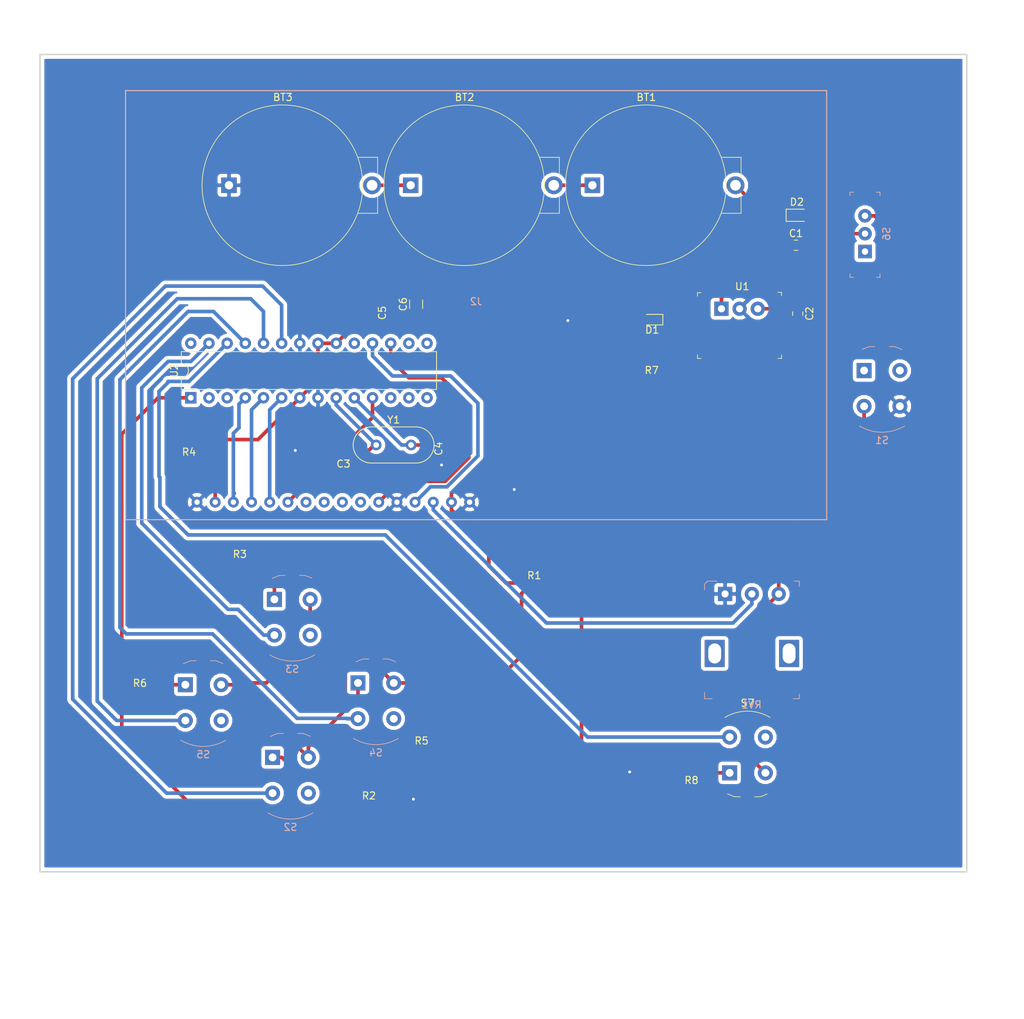
<source format=kicad_pcb>
(kicad_pcb (version 20171130) (host pcbnew "(5.0.2)-1")

  (general
    (thickness 1.6)
    (drawings 5)
    (tracks 239)
    (zones 0)
    (modules 31)
    (nets 50)
  )

  (page A4)
  (layers
    (0 F.Cu signal)
    (31 B.Cu signal)
    (32 B.Adhes user)
    (33 F.Adhes user)
    (34 B.Paste user)
    (35 F.Paste user)
    (36 B.SilkS user)
    (37 F.SilkS user)
    (38 B.Mask user)
    (39 F.Mask user)
    (40 Dwgs.User user)
    (41 Cmts.User user)
    (42 Eco1.User user)
    (43 Eco2.User user)
    (44 Edge.Cuts user)
    (45 Margin user)
    (46 B.CrtYd user)
    (47 F.CrtYd user)
    (48 B.Fab user)
    (49 F.Fab user)
  )

  (setup
    (last_trace_width 0.508)
    (trace_clearance 0.1524)
    (zone_clearance 0.508)
    (zone_45_only no)
    (trace_min 0.1524)
    (segment_width 0.2)
    (edge_width 0.15)
    (via_size 0.8)
    (via_drill 0.4)
    (via_min_size 0.4)
    (via_min_drill 0.3)
    (uvia_size 0.3)
    (uvia_drill 0.1)
    (uvias_allowed no)
    (uvia_min_size 0.2)
    (uvia_min_drill 0.1)
    (pcb_text_width 0.3)
    (pcb_text_size 1.5 1.5)
    (mod_edge_width 0.15)
    (mod_text_size 1 1)
    (mod_text_width 0.15)
    (pad_size 1.524 1.524)
    (pad_drill 0.762)
    (pad_to_mask_clearance 0.051)
    (solder_mask_min_width 0.25)
    (aux_axis_origin 0 0)
    (visible_elements 7FFFFFFF)
    (pcbplotparams
      (layerselection 0x010fc_ffffffff)
      (usegerberextensions false)
      (usegerberattributes false)
      (usegerberadvancedattributes false)
      (creategerberjobfile false)
      (excludeedgelayer true)
      (linewidth 0.100000)
      (plotframeref false)
      (viasonmask false)
      (mode 1)
      (useauxorigin false)
      (hpglpennumber 1)
      (hpglpenspeed 20)
      (hpglpendiameter 15.000000)
      (psnegative false)
      (psa4output false)
      (plotreference true)
      (plotvalue true)
      (plotinvisibletext false)
      (padsonsilk false)
      (subtractmaskfromsilk false)
      (outputformat 1)
      (mirror false)
      (drillshape 1)
      (scaleselection 1)
      (outputdirectory ""))
  )

  (net 0 "")
  (net 1 "Net-(S1-Pad1)")
  (net 2 GND)
  (net 3 /RST_BTN)
  (net 4 "Net-(S1-Pad2)")
  (net 5 +5V)
  (net 6 /A0)
  (net 7 "Net-(S2-Pad4)")
  (net 8 "Net-(R2-Pad2)")
  (net 9 "Net-(R3-Pad1)")
  (net 10 "Net-(S3-Pad4)")
  (net 11 /A1)
  (net 12 /A2)
  (net 13 "Net-(S4-Pad4)")
  (net 14 "Net-(R5-Pad1)")
  (net 15 "Net-(R6-Pad1)")
  (net 16 "Net-(S5-Pad4)")
  (net 17 /A3)
  (net 18 "Net-(J2-Pad15)")
  (net 19 "Net-(D1-Pad1)")
  (net 20 "Net-(J2-Pad3)")
  (net 21 "Net-(U2-Pad15)")
  (net 22 "Net-(U2-Pad16)")
  (net 23 /D11)
  (net 24 /D2)
  (net 25 /D12)
  (net 26 /D3)
  (net 27 "Net-(U2-Pad19)")
  (net 28 /D4)
  (net 29 "Net-(C3-Pad2)")
  (net 30 "Net-(C4-Pad2)")
  (net 31 /D5)
  (net 32 "Net-(U2-Pad12)")
  (net 33 "Net-(U2-Pad13)")
  (net 34 "Net-(U2-Pad14)")
  (net 35 "Net-(U2-Pad28)")
  (net 36 "Net-(J2-Pad7)")
  (net 37 "Net-(J2-Pad8)")
  (net 38 "Net-(J2-Pad9)")
  (net 39 "Net-(J2-Pad10)")
  (net 40 "Net-(BT1-Pad1)")
  (net 41 "Net-(BT1-Pad2)")
  (net 42 "Net-(BT2-Pad2)")
  (net 43 "Net-(S6-Pad1)")
  (net 44 "Net-(C2-Pad1)")
  (net 45 "Net-(R8-Pad1)")
  (net 46 "Net-(S7-Pad4)")
  (net 47 /A4)
  (net 48 "Net-(U2-Pad2)")
  (net 49 "Net-(U2-Pad3)")

  (net_class Default "This is the default net class."
    (clearance 0.1524)
    (trace_width 0.508)
    (via_dia 0.8)
    (via_drill 0.4)
    (uvia_dia 0.3)
    (uvia_drill 0.1)
    (add_net +5V)
    (add_net /A0)
    (add_net /A1)
    (add_net /A2)
    (add_net /A3)
    (add_net /A4)
    (add_net /D11)
    (add_net /D12)
    (add_net /D2)
    (add_net /D3)
    (add_net /D4)
    (add_net /D5)
    (add_net /RST_BTN)
    (add_net GND)
    (add_net "Net-(BT1-Pad1)")
    (add_net "Net-(BT1-Pad2)")
    (add_net "Net-(BT2-Pad2)")
    (add_net "Net-(C2-Pad1)")
    (add_net "Net-(C3-Pad2)")
    (add_net "Net-(C4-Pad2)")
    (add_net "Net-(D1-Pad1)")
    (add_net "Net-(J2-Pad10)")
    (add_net "Net-(J2-Pad15)")
    (add_net "Net-(J2-Pad3)")
    (add_net "Net-(J2-Pad7)")
    (add_net "Net-(J2-Pad8)")
    (add_net "Net-(J2-Pad9)")
    (add_net "Net-(R2-Pad2)")
    (add_net "Net-(R3-Pad1)")
    (add_net "Net-(R5-Pad1)")
    (add_net "Net-(R6-Pad1)")
    (add_net "Net-(R8-Pad1)")
    (add_net "Net-(S1-Pad1)")
    (add_net "Net-(S1-Pad2)")
    (add_net "Net-(S2-Pad4)")
    (add_net "Net-(S3-Pad4)")
    (add_net "Net-(S4-Pad4)")
    (add_net "Net-(S5-Pad4)")
    (add_net "Net-(S6-Pad1)")
    (add_net "Net-(S7-Pad4)")
    (add_net "Net-(U2-Pad12)")
    (add_net "Net-(U2-Pad13)")
    (add_net "Net-(U2-Pad14)")
    (add_net "Net-(U2-Pad15)")
    (add_net "Net-(U2-Pad16)")
    (add_net "Net-(U2-Pad19)")
    (add_net "Net-(U2-Pad2)")
    (add_net "Net-(U2-Pad28)")
    (add_net "Net-(U2-Pad3)")
  )

  (module Capacitor_SMD:C_0201_0603Metric (layer F.Cu) (tedit 5B301BBE) (tstamp 5CB28ACA)
    (at 74.295 84.394 90)
    (descr "Capacitor SMD 0201 (0603 Metric), square (rectangular) end terminal, IPC_7351 nominal, (Body size source: https://www.vishay.com/docs/20052/crcw0201e3.pdf), generated with kicad-footprint-generator")
    (tags capacitor)
    (path /5CA72EF2)
    (attr smd)
    (fp_text reference C5 (at 0 -1.05 90) (layer F.SilkS)
      (effects (font (size 1 1) (thickness 0.15)))
    )
    (fp_text value "100 nF" (at 0 1.05 90) (layer F.Fab)
      (effects (font (size 1 1) (thickness 0.15)))
    )
    (fp_line (start -0.3 0.15) (end -0.3 -0.15) (layer F.Fab) (width 0.1))
    (fp_line (start -0.3 -0.15) (end 0.3 -0.15) (layer F.Fab) (width 0.1))
    (fp_line (start 0.3 -0.15) (end 0.3 0.15) (layer F.Fab) (width 0.1))
    (fp_line (start 0.3 0.15) (end -0.3 0.15) (layer F.Fab) (width 0.1))
    (fp_line (start -0.7 0.35) (end -0.7 -0.35) (layer F.CrtYd) (width 0.05))
    (fp_line (start -0.7 -0.35) (end 0.7 -0.35) (layer F.CrtYd) (width 0.05))
    (fp_line (start 0.7 -0.35) (end 0.7 0.35) (layer F.CrtYd) (width 0.05))
    (fp_line (start 0.7 0.35) (end -0.7 0.35) (layer F.CrtYd) (width 0.05))
    (fp_text user %R (at 0 -0.68 90) (layer F.Fab)
      (effects (font (size 0.25 0.25) (thickness 0.04)))
    )
    (pad "" smd roundrect (at -0.345 0 90) (size 0.318 0.36) (layers F.Paste) (roundrect_rratio 0.25))
    (pad "" smd roundrect (at 0.345 0 90) (size 0.318 0.36) (layers F.Paste) (roundrect_rratio 0.25))
    (pad 1 smd roundrect (at -0.32 0 90) (size 0.46 0.4) (layers F.Cu F.Mask) (roundrect_rratio 0.25)
      (net 5 +5V))
    (pad 2 smd roundrect (at 0.32 0 90) (size 0.46 0.4) (layers F.Cu F.Mask) (roundrect_rratio 0.25)
      (net 2 GND))
    (model ${KISYS3DMOD}/Capacitor_SMD.3dshapes/C_0201_0603Metric.wrl
      (at (xyz 0 0 0))
      (scale (xyz 1 1 1))
      (rotate (xyz 0 0 0))
    )
  )

  (module Capacitor_SMD:C_1206_3216Metric (layer F.Cu) (tedit 5B301BBE) (tstamp 5CB28A41)
    (at 77.978 83.182 90)
    (descr "Capacitor SMD 1206 (3216 Metric), square (rectangular) end terminal, IPC_7351 nominal, (Body size source: http://www.tortai-tech.com/upload/download/2011102023233369053.pdf), generated with kicad-footprint-generator")
    (tags capacitor)
    (path /5CA72F88)
    (attr smd)
    (fp_text reference C6 (at 0 -1.82 90) (layer F.SilkS)
      (effects (font (size 1 1) (thickness 0.15)))
    )
    (fp_text value "100 uF" (at 0 1.82 90) (layer F.Fab)
      (effects (font (size 1 1) (thickness 0.15)))
    )
    (fp_line (start -1.6 0.8) (end -1.6 -0.8) (layer F.Fab) (width 0.1))
    (fp_line (start -1.6 -0.8) (end 1.6 -0.8) (layer F.Fab) (width 0.1))
    (fp_line (start 1.6 -0.8) (end 1.6 0.8) (layer F.Fab) (width 0.1))
    (fp_line (start 1.6 0.8) (end -1.6 0.8) (layer F.Fab) (width 0.1))
    (fp_line (start -0.602064 -0.91) (end 0.602064 -0.91) (layer F.SilkS) (width 0.12))
    (fp_line (start -0.602064 0.91) (end 0.602064 0.91) (layer F.SilkS) (width 0.12))
    (fp_line (start -2.28 1.12) (end -2.28 -1.12) (layer F.CrtYd) (width 0.05))
    (fp_line (start -2.28 -1.12) (end 2.28 -1.12) (layer F.CrtYd) (width 0.05))
    (fp_line (start 2.28 -1.12) (end 2.28 1.12) (layer F.CrtYd) (width 0.05))
    (fp_line (start 2.28 1.12) (end -2.28 1.12) (layer F.CrtYd) (width 0.05))
    (fp_text user %R (at 0 0 90) (layer F.Fab)
      (effects (font (size 0.8 0.8) (thickness 0.12)))
    )
    (pad 1 smd roundrect (at -1.4 0 90) (size 1.25 1.75) (layers F.Cu F.Paste F.Mask) (roundrect_rratio 0.2)
      (net 5 +5V))
    (pad 2 smd roundrect (at 1.4 0 90) (size 1.25 1.75) (layers F.Cu F.Paste F.Mask) (roundrect_rratio 0.2)
      (net 2 GND))
    (model ${KISYS3DMOD}/Capacitor_SMD.3dshapes/C_1206_3216Metric.wrl
      (at (xyz 0 0 0))
      (scale (xyz 1 1 1))
      (rotate (xyz 0 0 0))
    )
  )

  (module Diode_SMD:D_SOD-323 (layer F.Cu) (tedit 58641739) (tstamp 5CB28A04)
    (at 131.191 70.739)
    (descr SOD-323)
    (tags SOD-323)
    (path /5CA62D2F)
    (attr smd)
    (fp_text reference D2 (at 0 -1.85) (layer F.SilkS)
      (effects (font (size 1 1) (thickness 0.15)))
    )
    (fp_text value D_Schottky (at 0.1 1.9) (layer F.Fab)
      (effects (font (size 1 1) (thickness 0.15)))
    )
    (fp_text user %R (at 0 -1.85) (layer F.Fab)
      (effects (font (size 1 1) (thickness 0.15)))
    )
    (fp_line (start -1.5 -0.85) (end -1.5 0.85) (layer F.SilkS) (width 0.12))
    (fp_line (start 0.2 0) (end 0.45 0) (layer F.Fab) (width 0.1))
    (fp_line (start 0.2 0.35) (end -0.3 0) (layer F.Fab) (width 0.1))
    (fp_line (start 0.2 -0.35) (end 0.2 0.35) (layer F.Fab) (width 0.1))
    (fp_line (start -0.3 0) (end 0.2 -0.35) (layer F.Fab) (width 0.1))
    (fp_line (start -0.3 0) (end -0.5 0) (layer F.Fab) (width 0.1))
    (fp_line (start -0.3 -0.35) (end -0.3 0.35) (layer F.Fab) (width 0.1))
    (fp_line (start -0.9 0.7) (end -0.9 -0.7) (layer F.Fab) (width 0.1))
    (fp_line (start 0.9 0.7) (end -0.9 0.7) (layer F.Fab) (width 0.1))
    (fp_line (start 0.9 -0.7) (end 0.9 0.7) (layer F.Fab) (width 0.1))
    (fp_line (start -0.9 -0.7) (end 0.9 -0.7) (layer F.Fab) (width 0.1))
    (fp_line (start -1.6 -0.95) (end 1.6 -0.95) (layer F.CrtYd) (width 0.05))
    (fp_line (start 1.6 -0.95) (end 1.6 0.95) (layer F.CrtYd) (width 0.05))
    (fp_line (start -1.6 0.95) (end 1.6 0.95) (layer F.CrtYd) (width 0.05))
    (fp_line (start -1.6 -0.95) (end -1.6 0.95) (layer F.CrtYd) (width 0.05))
    (fp_line (start -1.5 0.85) (end 1.05 0.85) (layer F.SilkS) (width 0.12))
    (fp_line (start -1.5 -0.85) (end 1.05 -0.85) (layer F.SilkS) (width 0.12))
    (pad 1 smd rect (at -1.05 0) (size 0.6 0.45) (layers F.Cu F.Paste F.Mask)
      (net 40 "Net-(BT1-Pad1)"))
    (pad 2 smd rect (at 1.05 0) (size 0.6 0.45) (layers F.Cu F.Paste F.Mask)
      (net 2 GND))
    (model ${KISYS3DMOD}/Diode_SMD.3dshapes/D_SOD-323.wrl
      (at (xyz 0 0 0))
      (scale (xyz 1 1 1))
      (rotate (xyz 0 0 0))
    )
  )

  (module Resistor_SMD:R_0201_0603Metric (layer F.Cu) (tedit 5B301BBD) (tstamp 5CB28894)
    (at 116.459 148.717 180)
    (descr "Resistor SMD 0201 (0603 Metric), square (rectangular) end terminal, IPC_7351 nominal, (Body size source: https://www.vishay.com/docs/20052/crcw0201e3.pdf), generated with kicad-footprint-generator")
    (tags resistor)
    (path /5CA5DC7C)
    (attr smd)
    (fp_text reference R8 (at 0 -1.05 180) (layer F.SilkS)
      (effects (font (size 1 1) (thickness 0.15)))
    )
    (fp_text value "10 kOhm" (at 0 1.05 180) (layer F.Fab)
      (effects (font (size 1 1) (thickness 0.15)))
    )
    (fp_line (start -0.3 0.15) (end -0.3 -0.15) (layer F.Fab) (width 0.1))
    (fp_line (start -0.3 -0.15) (end 0.3 -0.15) (layer F.Fab) (width 0.1))
    (fp_line (start 0.3 -0.15) (end 0.3 0.15) (layer F.Fab) (width 0.1))
    (fp_line (start 0.3 0.15) (end -0.3 0.15) (layer F.Fab) (width 0.1))
    (fp_line (start -0.7 0.35) (end -0.7 -0.35) (layer F.CrtYd) (width 0.05))
    (fp_line (start -0.7 -0.35) (end 0.7 -0.35) (layer F.CrtYd) (width 0.05))
    (fp_line (start 0.7 -0.35) (end 0.7 0.35) (layer F.CrtYd) (width 0.05))
    (fp_line (start 0.7 0.35) (end -0.7 0.35) (layer F.CrtYd) (width 0.05))
    (fp_text user %R (at 0 -0.68 180) (layer F.Fab)
      (effects (font (size 0.25 0.25) (thickness 0.04)))
    )
    (pad "" smd roundrect (at -0.345 0 180) (size 0.318 0.36) (layers F.Paste) (roundrect_rratio 0.25))
    (pad "" smd roundrect (at 0.345 0 180) (size 0.318 0.36) (layers F.Paste) (roundrect_rratio 0.25))
    (pad 1 smd roundrect (at -0.32 0 180) (size 0.46 0.4) (layers F.Cu F.Mask) (roundrect_rratio 0.25)
      (net 45 "Net-(R8-Pad1)"))
    (pad 2 smd roundrect (at 0.32 0 180) (size 0.46 0.4) (layers F.Cu F.Mask) (roundrect_rratio 0.25)
      (net 2 GND))
    (model ${KISYS3DMOD}/Resistor_SMD.3dshapes/R_0201_0603Metric.wrl
      (at (xyz 0 0 0))
      (scale (xyz 1 1 1))
      (rotate (xyz 0 0 0))
    )
  )

  (module digikey-footprints:PushButton_Round_D12mm_THT_KS-01Q-01 (layer F.Cu) (tedit 5AFB65A3) (tstamp 5CB286D5)
    (at 121.793 148.717)
    (descr http://spec_sheets.e-switch.com/specs/29-KS01Q01.pdf)
    (path /5CA5DC73)
    (fp_text reference S7 (at 2.5 -9.76) (layer F.SilkS)
      (effects (font (size 1 1) (thickness 0.15)))
    )
    (fp_text value KS-01Q-01 (at 2.5 5.01) (layer F.Fab)
      (effects (font (size 1 1) (thickness 0.15)))
    )
    (fp_line (start 0.75 3.35) (end 1.5 3.35) (layer F.SilkS) (width 0.1))
    (fp_line (start 4.25 3.35) (end 3.5 3.35) (layer F.SilkS) (width 0.1))
    (fp_arc (start 2.5 -2.5) (end 5.25 2.95) (angle 10.12062159) (layer F.SilkS) (width 0.1))
    (fp_arc (start 2.5 -2.5) (end 0.75 3.35) (angle 10.3335842) (layer F.SilkS) (width 0.1))
    (fp_arc (start 2.5 -2.5) (end -0.65 -7.75) (angle 61.92750985) (layer F.SilkS) (width 0.1))
    (fp_line (start 0.8 3.25) (end 4.2 3.25) (layer F.Fab) (width 0.1))
    (fp_arc (start 2.5 -2.5) (end 0.8 3.25) (angle 327.0591431) (layer F.Fab) (width 0.1))
    (fp_circle (center 2.5 -2.5) (end 8.75 -2.5) (layer F.CrtYd) (width 0.1))
    (pad 1 thru_hole rect (at 0 0) (size 2.1 2.1) (drill 1.1) (layers *.Cu *.Mask)
      (net 45 "Net-(R8-Pad1)"))
    (pad 4 thru_hole circle (at 5 -5) (size 2.1 2.1) (drill 1.1) (layers *.Cu *.Mask)
      (net 46 "Net-(S7-Pad4)"))
    (pad 3 thru_hole circle (at 0 -5) (size 2.1 2.1) (drill 1.1) (layers *.Cu *.Mask)
      (net 17 /A3))
    (pad 2 thru_hole circle (at 5 0) (size 2.1 2.1) (drill 1.1) (layers *.Cu *.Mask)
      (net 5 +5V))
  )

  (module digikey-footprints:Switch_Slide_11.6x4mm_EG1218 (layer B.Cu) (tedit 5A1EC915) (tstamp 5CB286C5)
    (at 140.716 75.819 90)
    (descr http://spec_sheets.e-switch.com/specs/P040040.pdf)
    (path /5CA6331F)
    (fp_text reference S6 (at 2.49 3.02 90) (layer B.SilkS)
      (effects (font (size 1 1) (thickness 0.15)) (justify mirror))
    )
    (fp_text value EG1903-ND (at 2.11 -3.14 90) (layer B.Fab)
      (effects (font (size 1 1) (thickness 0.15)) (justify mirror))
    )
    (fp_text user %R (at 2.5 0 90) (layer B.Fab)
      (effects (font (size 1 1) (thickness 0.15)) (justify mirror))
    )
    (fp_line (start -3.67 -2.25) (end -3.67 2.25) (layer B.CrtYd) (width 0.05))
    (fp_line (start -3.67 -2.25) (end 8.43 -2.25) (layer B.CrtYd) (width 0.05))
    (fp_line (start 8.43 -2.25) (end 8.43 2.25) (layer B.CrtYd) (width 0.05))
    (fp_line (start -3.67 2.25) (end 8.43 2.25) (layer B.CrtYd) (width 0.05))
    (fp_line (start 8.3 -2.1) (end 7.8 -2.1) (layer B.SilkS) (width 0.1))
    (fp_line (start 8.3 -2.1) (end 8.3 -1.6) (layer B.SilkS) (width 0.1))
    (fp_line (start -3.6 -2.1) (end -3.1 -2.1) (layer B.SilkS) (width 0.1))
    (fp_line (start -3.6 -2.1) (end -3.6 -1.6) (layer B.SilkS) (width 0.1))
    (fp_line (start -3.6 2.1) (end -3.1 2.1) (layer B.SilkS) (width 0.1))
    (fp_line (start -3.6 2.1) (end -3.6 1.6) (layer B.SilkS) (width 0.1))
    (fp_line (start 8.3 2.1) (end 8.3 1.6) (layer B.SilkS) (width 0.1))
    (fp_line (start 8.3 2.1) (end 7.8 2.1) (layer B.SilkS) (width 0.1))
    (fp_line (start -3.42 -2) (end 8.18 -2) (layer B.Fab) (width 0.1))
    (fp_line (start 8.18 -2) (end 8.18 2) (layer B.Fab) (width 0.1))
    (fp_line (start -3.42 -2) (end -3.42 2) (layer B.Fab) (width 0.1))
    (fp_line (start -3.42 2) (end 8.18 2) (layer B.Fab) (width 0.1))
    (pad 1 thru_hole rect (at 0 0 90) (size 1.9 1.9) (drill 0.9) (layers *.Cu *.Mask)
      (net 43 "Net-(S6-Pad1)"))
    (pad 2 thru_hole circle (at 2.5 0 90) (size 1.9 1.9) (drill 0.9) (layers *.Cu *.Mask)
      (net 44 "Net-(C2-Pad1)"))
    (pad 3 thru_hole circle (at 5 0 90) (size 1.9 1.9) (drill 0.9) (layers *.Cu *.Mask)
      (net 5 +5V))
  )

  (module HOPE_Project:LCD_20x4 (layer B.Cu) (tedit 5CA3F167) (tstamp 5CB056A7)
    (at 86.36 83.312)
    (path /5C926F45)
    (fp_text reference J2 (at 0 -0.5) (layer B.SilkS)
      (effects (font (size 1 1) (thickness 0.15)) (justify mirror))
    )
    (fp_text value LCD_Screen (at 0 0.5) (layer B.Fab)
      (effects (font (size 1 1) (thickness 0.15)) (justify mirror))
    )
    (fp_line (start 0 30) (end -45 30) (layer B.SilkS) (width 0.15))
    (fp_line (start 0 30) (end 45 30) (layer B.SilkS) (width 0.15))
    (fp_line (start -45 30) (end -49 30) (layer B.SilkS) (width 0.15))
    (fp_line (start 45 30) (end 49 30) (layer B.SilkS) (width 0.15))
    (fp_line (start -49 30) (end -49 -30) (layer B.SilkS) (width 0.15))
    (fp_line (start -49 -30) (end 49 -30) (layer B.SilkS) (width 0.15))
    (fp_line (start 49 -30) (end 49 30) (layer B.SilkS) (width 0.15))
    (fp_line (start -49 30) (end -49 27.5) (layer B.SilkS) (width 0.15))
    (pad 1 thru_hole circle (at -0.91 27.55) (size 1.524 1.524) (drill 0.762) (layers *.Cu *.Mask)
      (net 2 GND))
    (pad 2 thru_hole circle (at -3.45 27.55) (size 1.524 1.524) (drill 0.762) (layers *.Cu *.Mask)
      (net 5 +5V))
    (pad 3 thru_hole circle (at -5.99 27.55) (size 1.524 1.524) (drill 0.762) (layers *.Cu *.Mask)
      (net 20 "Net-(J2-Pad3)"))
    (pad 4 thru_hole circle (at -8.53 27.55) (size 1.524 1.524) (drill 0.762) (layers *.Cu *.Mask)
      (net 25 /D12))
    (pad 5 thru_hole circle (at -11.07 27.55) (size 1.524 1.524) (drill 0.762) (layers *.Cu *.Mask)
      (net 2 GND))
    (pad 6 thru_hole circle (at -13.61 27.55) (size 1.524 1.524) (drill 0.762) (layers *.Cu *.Mask)
      (net 23 /D11))
    (pad 7 thru_hole circle (at -16.15 27.55) (size 1.524 1.524) (drill 0.762) (layers *.Cu *.Mask)
      (net 36 "Net-(J2-Pad7)"))
    (pad 8 thru_hole circle (at -18.69 27.55) (size 1.524 1.524) (drill 0.762) (layers *.Cu *.Mask)
      (net 37 "Net-(J2-Pad8)"))
    (pad 9 thru_hole circle (at -21.23 27.55) (size 1.524 1.524) (drill 0.762) (layers *.Cu *.Mask)
      (net 38 "Net-(J2-Pad9)"))
    (pad 10 thru_hole circle (at -23.77 27.55) (size 1.524 1.524) (drill 0.762) (layers *.Cu *.Mask)
      (net 39 "Net-(J2-Pad10)"))
    (pad 11 thru_hole circle (at -26.31 27.55) (size 1.524 1.524) (drill 0.762) (layers *.Cu *.Mask)
      (net 31 /D5))
    (pad 12 thru_hole circle (at -28.85 27.55) (size 1.524 1.524) (drill 0.762) (layers *.Cu *.Mask)
      (net 28 /D4))
    (pad 13 thru_hole circle (at -31.39 27.55) (size 1.524 1.524) (drill 0.762) (layers *.Cu *.Mask)
      (net 26 /D3))
    (pad 14 thru_hole circle (at -33.93 27.55) (size 1.524 1.524) (drill 0.762) (layers *.Cu *.Mask)
      (net 24 /D2))
    (pad 15 thru_hole circle (at -36.47 27.55) (size 1.524 1.524) (drill 0.762) (layers *.Cu *.Mask)
      (net 18 "Net-(J2-Pad15)"))
    (pad 16 thru_hole circle (at -39.01 27.55) (size 1.524 1.524) (drill 0.762) (layers *.Cu *.Mask)
      (net 2 GND))
  )

  (module Package_DIP:DIP-28_W7.62mm (layer F.Cu) (tedit 5A02E8C5) (tstamp 5CB05666)
    (at 46.482 96.266 90)
    (descr "28-lead though-hole mounted DIP package, row spacing 7.62 mm (300 mils)")
    (tags "THT DIP DIL PDIP 2.54mm 7.62mm 300mil")
    (path /5C91C6D2)
    (fp_text reference U2 (at 3.81 -2.33 90) (layer F.SilkS)
      (effects (font (size 1 1) (thickness 0.15)))
    )
    (fp_text value ATmega168A-PU (at 3.81 35.35 90) (layer F.Fab)
      (effects (font (size 1 1) (thickness 0.15)))
    )
    (fp_arc (start 3.81 -1.33) (end 2.81 -1.33) (angle -180) (layer F.SilkS) (width 0.12))
    (fp_line (start 1.635 -1.27) (end 6.985 -1.27) (layer F.Fab) (width 0.1))
    (fp_line (start 6.985 -1.27) (end 6.985 34.29) (layer F.Fab) (width 0.1))
    (fp_line (start 6.985 34.29) (end 0.635 34.29) (layer F.Fab) (width 0.1))
    (fp_line (start 0.635 34.29) (end 0.635 -0.27) (layer F.Fab) (width 0.1))
    (fp_line (start 0.635 -0.27) (end 1.635 -1.27) (layer F.Fab) (width 0.1))
    (fp_line (start 2.81 -1.33) (end 1.16 -1.33) (layer F.SilkS) (width 0.12))
    (fp_line (start 1.16 -1.33) (end 1.16 34.35) (layer F.SilkS) (width 0.12))
    (fp_line (start 1.16 34.35) (end 6.46 34.35) (layer F.SilkS) (width 0.12))
    (fp_line (start 6.46 34.35) (end 6.46 -1.33) (layer F.SilkS) (width 0.12))
    (fp_line (start 6.46 -1.33) (end 4.81 -1.33) (layer F.SilkS) (width 0.12))
    (fp_line (start -1.1 -1.55) (end -1.1 34.55) (layer F.CrtYd) (width 0.05))
    (fp_line (start -1.1 34.55) (end 8.7 34.55) (layer F.CrtYd) (width 0.05))
    (fp_line (start 8.7 34.55) (end 8.7 -1.55) (layer F.CrtYd) (width 0.05))
    (fp_line (start 8.7 -1.55) (end -1.1 -1.55) (layer F.CrtYd) (width 0.05))
    (fp_text user %R (at 3.81 16.51 90) (layer F.Fab)
      (effects (font (size 1 1) (thickness 0.15)))
    )
    (pad 1 thru_hole rect (at 0 0 90) (size 1.6 1.6) (drill 0.8) (layers *.Cu *.Mask)
      (net 3 /RST_BTN))
    (pad 15 thru_hole oval (at 7.62 33.02 90) (size 1.6 1.6) (drill 0.8) (layers *.Cu *.Mask)
      (net 21 "Net-(U2-Pad15)"))
    (pad 2 thru_hole oval (at 0 2.54 90) (size 1.6 1.6) (drill 0.8) (layers *.Cu *.Mask)
      (net 48 "Net-(U2-Pad2)"))
    (pad 16 thru_hole oval (at 7.62 30.48 90) (size 1.6 1.6) (drill 0.8) (layers *.Cu *.Mask)
      (net 22 "Net-(U2-Pad16)"))
    (pad 3 thru_hole oval (at 0 5.08 90) (size 1.6 1.6) (drill 0.8) (layers *.Cu *.Mask)
      (net 49 "Net-(U2-Pad3)"))
    (pad 17 thru_hole oval (at 7.62 27.94 90) (size 1.6 1.6) (drill 0.8) (layers *.Cu *.Mask)
      (net 23 /D11))
    (pad 4 thru_hole oval (at 0 7.62 90) (size 1.6 1.6) (drill 0.8) (layers *.Cu *.Mask)
      (net 24 /D2))
    (pad 18 thru_hole oval (at 7.62 25.4 90) (size 1.6 1.6) (drill 0.8) (layers *.Cu *.Mask)
      (net 25 /D12))
    (pad 5 thru_hole oval (at 0 10.16 90) (size 1.6 1.6) (drill 0.8) (layers *.Cu *.Mask)
      (net 26 /D3))
    (pad 19 thru_hole oval (at 7.62 22.86 90) (size 1.6 1.6) (drill 0.8) (layers *.Cu *.Mask)
      (net 27 "Net-(U2-Pad19)"))
    (pad 6 thru_hole oval (at 0 12.7 90) (size 1.6 1.6) (drill 0.8) (layers *.Cu *.Mask)
      (net 28 /D4))
    (pad 20 thru_hole oval (at 7.62 20.32 90) (size 1.6 1.6) (drill 0.8) (layers *.Cu *.Mask)
      (net 5 +5V))
    (pad 7 thru_hole oval (at 0 15.24 90) (size 1.6 1.6) (drill 0.8) (layers *.Cu *.Mask)
      (net 5 +5V))
    (pad 21 thru_hole oval (at 7.62 17.78 90) (size 1.6 1.6) (drill 0.8) (layers *.Cu *.Mask)
      (net 5 +5V))
    (pad 8 thru_hole oval (at 0 17.78 90) (size 1.6 1.6) (drill 0.8) (layers *.Cu *.Mask)
      (net 2 GND))
    (pad 22 thru_hole oval (at 7.62 15.24 90) (size 1.6 1.6) (drill 0.8) (layers *.Cu *.Mask)
      (net 2 GND))
    (pad 9 thru_hole oval (at 0 20.32 90) (size 1.6 1.6) (drill 0.8) (layers *.Cu *.Mask)
      (net 29 "Net-(C3-Pad2)"))
    (pad 23 thru_hole oval (at 7.62 12.7 90) (size 1.6 1.6) (drill 0.8) (layers *.Cu *.Mask)
      (net 6 /A0))
    (pad 10 thru_hole oval (at 0 22.86 90) (size 1.6 1.6) (drill 0.8) (layers *.Cu *.Mask)
      (net 30 "Net-(C4-Pad2)"))
    (pad 24 thru_hole oval (at 7.62 10.16 90) (size 1.6 1.6) (drill 0.8) (layers *.Cu *.Mask)
      (net 11 /A1))
    (pad 11 thru_hole oval (at 0 25.4 90) (size 1.6 1.6) (drill 0.8) (layers *.Cu *.Mask)
      (net 31 /D5))
    (pad 25 thru_hole oval (at 7.62 7.62 90) (size 1.6 1.6) (drill 0.8) (layers *.Cu *.Mask)
      (net 12 /A2))
    (pad 12 thru_hole oval (at 0 27.94 90) (size 1.6 1.6) (drill 0.8) (layers *.Cu *.Mask)
      (net 32 "Net-(U2-Pad12)"))
    (pad 26 thru_hole oval (at 7.62 5.08 90) (size 1.6 1.6) (drill 0.8) (layers *.Cu *.Mask)
      (net 17 /A3))
    (pad 13 thru_hole oval (at 0 30.48 90) (size 1.6 1.6) (drill 0.8) (layers *.Cu *.Mask)
      (net 33 "Net-(U2-Pad13)"))
    (pad 27 thru_hole oval (at 7.62 2.54 90) (size 1.6 1.6) (drill 0.8) (layers *.Cu *.Mask)
      (net 47 /A4))
    (pad 14 thru_hole oval (at 0 33.02 90) (size 1.6 1.6) (drill 0.8) (layers *.Cu *.Mask)
      (net 34 "Net-(U2-Pad14)"))
    (pad 28 thru_hole oval (at 7.62 0 90) (size 1.6 1.6) (drill 0.8) (layers *.Cu *.Mask)
      (net 35 "Net-(U2-Pad28)"))
    (model ${KISYS3DMOD}/Package_DIP.3dshapes/DIP-28_W7.62mm.wrl
      (at (xyz 0 0 0))
      (scale (xyz 1 1 1))
      (rotate (xyz 0 0 0))
    )
  )

  (module digikey-footprints:Battery_Holder_Coin_2032_BS-7 (layer F.Cu) (tedit 5CA53A8B) (tstamp 5CB05595)
    (at 51.816 66.548)
    (descr http://www.memoryprotectiondevices.com/datasheets/BS-7-datasheet.pdf)
    (path /5C923F1F)
    (fp_text reference BT3 (at 7.52856 -12.3063) (layer F.SilkS)
      (effects (font (size 1 1) (thickness 0.15)))
    )
    (fp_text value Battery_Cell (at 7.4676 13.56) (layer F.Fab)
      (effects (font (size 1 1) (thickness 0.15)))
    )
    (fp_circle (center 7.4676 0) (end -3.7084 0) (layer F.Fab) (width 0.1))
    (fp_circle (center 7.4676 0) (end -3.7592 0) (layer F.SilkS) (width 0.1))
    (fp_text user %R (at 7.4676 0) (layer F.Fab)
      (effects (font (size 1 1) (thickness 0.15)))
    )
    (fp_line (start 17.9832 -3.81) (end 20.6756 -3.81) (layer F.Fab) (width 0.1))
    (fp_line (start 17.9832 3.81) (end 20.6756 3.81) (layer F.Fab) (width 0.1))
    (fp_line (start 20.6756 -3.81) (end 20.6756 3.81) (layer F.Fab) (width 0.1))
    (fp_line (start 18.034 -3.9116) (end 20.7772 -3.9116) (layer F.SilkS) (width 0.1))
    (fp_line (start 18.034 3.9116) (end 20.7772 3.9116) (layer F.SilkS) (width 0.1))
    (fp_line (start 20.7772 -3.9116) (end 20.7772 -1.0668) (layer F.SilkS) (width 0.1))
    (fp_line (start 20.7772 3.9116) (end 20.7772 1.0668) (layer F.SilkS) (width 0.1))
    (fp_line (start -3.9624 -11.43) (end -3.9624 11.43) (layer F.CrtYd) (width 0.05))
    (fp_line (start 21.5138 -11.43) (end 21.5138 11.43) (layer F.CrtYd) (width 0.05))
    (fp_line (start -3.9624 -11.43) (end 21.5138 -11.43) (layer F.CrtYd) (width 0.05))
    (fp_line (start -3.9624 11.43) (end 21.5138 11.43) (layer F.CrtYd) (width 0.05))
    (pad 1 thru_hole circle (at 20 0) (size 2.5 2.5) (drill 1.5) (layers *.Cu *.Mask)
      (net 42 "Net-(BT2-Pad2)"))
    (pad 2 thru_hole rect (at 0 0) (size 2.17 2.17) (drill 1.17) (layers *.Cu *.Mask)
      (net 2 GND))
  )

  (module digikey-footprints:Battery_Holder_Coin_2032_BS-7 (layer F.Cu) (tedit 5CA53A8B) (tstamp 5CB05581)
    (at 77.216 66.548)
    (descr http://www.memoryprotectiondevices.com/datasheets/BS-7-datasheet.pdf)
    (path /5C923E69)
    (fp_text reference BT2 (at 7.52856 -12.3063) (layer F.SilkS)
      (effects (font (size 1 1) (thickness 0.15)))
    )
    (fp_text value Battery_Cell (at 7.4676 13.56) (layer F.Fab)
      (effects (font (size 1 1) (thickness 0.15)))
    )
    (fp_circle (center 7.4676 0) (end -3.7084 0) (layer F.Fab) (width 0.1))
    (fp_circle (center 7.4676 0) (end -3.7592 0) (layer F.SilkS) (width 0.1))
    (fp_text user %R (at 7.4676 0) (layer F.Fab)
      (effects (font (size 1 1) (thickness 0.15)))
    )
    (fp_line (start 17.9832 -3.81) (end 20.6756 -3.81) (layer F.Fab) (width 0.1))
    (fp_line (start 17.9832 3.81) (end 20.6756 3.81) (layer F.Fab) (width 0.1))
    (fp_line (start 20.6756 -3.81) (end 20.6756 3.81) (layer F.Fab) (width 0.1))
    (fp_line (start 18.034 -3.9116) (end 20.7772 -3.9116) (layer F.SilkS) (width 0.1))
    (fp_line (start 18.034 3.9116) (end 20.7772 3.9116) (layer F.SilkS) (width 0.1))
    (fp_line (start 20.7772 -3.9116) (end 20.7772 -1.0668) (layer F.SilkS) (width 0.1))
    (fp_line (start 20.7772 3.9116) (end 20.7772 1.0668) (layer F.SilkS) (width 0.1))
    (fp_line (start -3.9624 -11.43) (end -3.9624 11.43) (layer F.CrtYd) (width 0.05))
    (fp_line (start 21.5138 -11.43) (end 21.5138 11.43) (layer F.CrtYd) (width 0.05))
    (fp_line (start -3.9624 -11.43) (end 21.5138 -11.43) (layer F.CrtYd) (width 0.05))
    (fp_line (start -3.9624 11.43) (end 21.5138 11.43) (layer F.CrtYd) (width 0.05))
    (pad 1 thru_hole circle (at 20 0) (size 2.5 2.5) (drill 1.5) (layers *.Cu *.Mask)
      (net 41 "Net-(BT1-Pad2)"))
    (pad 2 thru_hole rect (at 0 0) (size 2.17 2.17) (drill 1.17) (layers *.Cu *.Mask)
      (net 42 "Net-(BT2-Pad2)"))
  )

  (module digikey-footprints:Battery_Holder_Coin_2032_BS-7 (layer F.Cu) (tedit 5CA53A8B) (tstamp 5CB0556D)
    (at 102.616 66.548)
    (descr http://www.memoryprotectiondevices.com/datasheets/BS-7-datasheet.pdf)
    (path /5C923EC3)
    (fp_text reference BT1 (at 7.52856 -12.3063) (layer F.SilkS)
      (effects (font (size 1 1) (thickness 0.15)))
    )
    (fp_text value Battery_Cell (at 7.4676 13.56) (layer F.Fab)
      (effects (font (size 1 1) (thickness 0.15)))
    )
    (fp_circle (center 7.4676 0) (end -3.7084 0) (layer F.Fab) (width 0.1))
    (fp_circle (center 7.4676 0) (end -3.7592 0) (layer F.SilkS) (width 0.1))
    (fp_text user %R (at 7.4676 0) (layer F.Fab)
      (effects (font (size 1 1) (thickness 0.15)))
    )
    (fp_line (start 17.9832 -3.81) (end 20.6756 -3.81) (layer F.Fab) (width 0.1))
    (fp_line (start 17.9832 3.81) (end 20.6756 3.81) (layer F.Fab) (width 0.1))
    (fp_line (start 20.6756 -3.81) (end 20.6756 3.81) (layer F.Fab) (width 0.1))
    (fp_line (start 18.034 -3.9116) (end 20.7772 -3.9116) (layer F.SilkS) (width 0.1))
    (fp_line (start 18.034 3.9116) (end 20.7772 3.9116) (layer F.SilkS) (width 0.1))
    (fp_line (start 20.7772 -3.9116) (end 20.7772 -1.0668) (layer F.SilkS) (width 0.1))
    (fp_line (start 20.7772 3.9116) (end 20.7772 1.0668) (layer F.SilkS) (width 0.1))
    (fp_line (start -3.9624 -11.43) (end -3.9624 11.43) (layer F.CrtYd) (width 0.05))
    (fp_line (start 21.5138 -11.43) (end 21.5138 11.43) (layer F.CrtYd) (width 0.05))
    (fp_line (start -3.9624 -11.43) (end 21.5138 -11.43) (layer F.CrtYd) (width 0.05))
    (fp_line (start -3.9624 11.43) (end 21.5138 11.43) (layer F.CrtYd) (width 0.05))
    (pad 1 thru_hole circle (at 20 0) (size 2.5 2.5) (drill 1.5) (layers *.Cu *.Mask)
      (net 40 "Net-(BT1-Pad1)"))
    (pad 2 thru_hole rect (at 0 0) (size 2.17 2.17) (drill 1.17) (layers *.Cu *.Mask)
      (net 41 "Net-(BT1-Pad2)"))
  )

  (module Crystal:Crystal_HC49-U_Vertical (layer F.Cu) (tedit 5A1AD3B8) (tstamp 5CBD0013)
    (at 72.39 102.87)
    (descr "Crystal THT HC-49/U http://5hertz.com/pdfs/04404_D.pdf")
    (tags "THT crystalHC-49/U")
    (path /5C91D024)
    (fp_text reference Y1 (at 2.44 -3.525) (layer F.SilkS)
      (effects (font (size 1 1) (thickness 0.15)))
    )
    (fp_text value Crystal (at 2.44 3.525) (layer F.Fab)
      (effects (font (size 1 1) (thickness 0.15)))
    )
    (fp_text user %R (at 2.44 0) (layer F.Fab)
      (effects (font (size 1 1) (thickness 0.15)))
    )
    (fp_line (start -0.685 -2.325) (end 5.565 -2.325) (layer F.Fab) (width 0.1))
    (fp_line (start -0.685 2.325) (end 5.565 2.325) (layer F.Fab) (width 0.1))
    (fp_line (start -0.56 -2) (end 5.44 -2) (layer F.Fab) (width 0.1))
    (fp_line (start -0.56 2) (end 5.44 2) (layer F.Fab) (width 0.1))
    (fp_line (start -0.685 -2.525) (end 5.565 -2.525) (layer F.SilkS) (width 0.12))
    (fp_line (start -0.685 2.525) (end 5.565 2.525) (layer F.SilkS) (width 0.12))
    (fp_line (start -3.5 -2.8) (end -3.5 2.8) (layer F.CrtYd) (width 0.05))
    (fp_line (start -3.5 2.8) (end 8.4 2.8) (layer F.CrtYd) (width 0.05))
    (fp_line (start 8.4 2.8) (end 8.4 -2.8) (layer F.CrtYd) (width 0.05))
    (fp_line (start 8.4 -2.8) (end -3.5 -2.8) (layer F.CrtYd) (width 0.05))
    (fp_arc (start -0.685 0) (end -0.685 -2.325) (angle -180) (layer F.Fab) (width 0.1))
    (fp_arc (start 5.565 0) (end 5.565 -2.325) (angle 180) (layer F.Fab) (width 0.1))
    (fp_arc (start -0.56 0) (end -0.56 -2) (angle -180) (layer F.Fab) (width 0.1))
    (fp_arc (start 5.44 0) (end 5.44 -2) (angle 180) (layer F.Fab) (width 0.1))
    (fp_arc (start -0.685 0) (end -0.685 -2.525) (angle -180) (layer F.SilkS) (width 0.12))
    (fp_arc (start 5.565 0) (end 5.565 -2.525) (angle 180) (layer F.SilkS) (width 0.12))
    (pad 1 thru_hole circle (at 0 0) (size 1.5 1.5) (drill 0.8) (layers *.Cu *.Mask)
      (net 29 "Net-(C3-Pad2)"))
    (pad 2 thru_hole circle (at 4.88 0) (size 1.5 1.5) (drill 0.8) (layers *.Cu *.Mask)
      (net 30 "Net-(C4-Pad2)"))
    (model ${KISYS3DMOD}/Crystal.3dshapes/Crystal_HC49-U_Vertical.wrl
      (at (xyz 0 0 0))
      (scale (xyz 1 1 1))
      (rotate (xyz 0 0 0))
    )
  )

  (module digikey-footprints:Potentiometer_P120PK-Y25BR10K (layer B.Cu) (tedit 59FCB251) (tstamp 5CBCDF30)
    (at 121.158 123.698)
    (path /5C9297FB)
    (fp_text reference RV1 (at 3.7 15.5) (layer B.SilkS)
      (effects (font (size 1 1) (thickness 0.15)) (justify mirror))
    )
    (fp_text value "10 kOhm" (at 3.625 -2.8) (layer B.Fab)
      (effects (font (size 1 1) (thickness 0.15)) (justify mirror))
    )
    (fp_line (start -3.1 -1.975) (end -3.1 14.825) (layer B.CrtYd) (width 0.05))
    (fp_line (start 10.6 -1.975) (end -3.1 -1.975) (layer B.CrtYd) (width 0.05))
    (fp_line (start 10.6 14.825) (end 10.6 -1.975) (layer B.CrtYd) (width 0.05))
    (fp_line (start -3.1 14.825) (end 10.6 14.825) (layer B.CrtYd) (width 0.05))
    (fp_text user %R (at 4.05 6.65) (layer B.Fab)
      (effects (font (size 1 1) (thickness 0.15)) (justify mirror))
    )
    (fp_line (start -2.875 -0.575) (end -2.875 -1.35) (layer B.SilkS) (width 0.1))
    (fp_line (start -2.875 -1.35) (end -2.45 -1.8) (layer B.SilkS) (width 0.1))
    (fp_line (start -2.45 -1.8) (end -1.15 -1.8) (layer B.SilkS) (width 0.1))
    (fp_line (start -1.8 14.65) (end -2.875 14.65) (layer B.SilkS) (width 0.1))
    (fp_line (start -2.875 14.65) (end -2.875 13.75) (layer B.SilkS) (width 0.1))
    (fp_line (start 10.375 -1.025) (end 10.375 -1.8) (layer B.SilkS) (width 0.1))
    (fp_line (start 10.375 -1.8) (end 9.625 -1.8) (layer B.SilkS) (width 0.1))
    (fp_line (start 9.525 14.65) (end 10.375 14.65) (layer B.SilkS) (width 0.1))
    (fp_line (start 10.375 14.65) (end 10.375 14) (layer B.SilkS) (width 0.1))
    (fp_line (start -2.75 -1.275) (end -2.75 14.525) (layer B.Fab) (width 0.1))
    (fp_line (start -2.375 -1.675) (end 10.25 -1.675) (layer B.Fab) (width 0.1))
    (fp_line (start -2.75 -1.275) (end -2.375 -1.675) (layer B.Fab) (width 0.1))
    (fp_line (start 10.25 14.525) (end 10.25 -1.675) (layer B.Fab) (width 0.1))
    (fp_line (start -2.75 14.525) (end 10.25 14.525) (layer B.Fab) (width 0.1))
    (pad 1 thru_hole rect (at 0 0) (size 2 2) (drill 1) (layers *.Cu *.Mask)
      (net 2 GND))
    (pad 2 thru_hole circle (at 3.75 0) (size 2 2) (drill 1) (layers *.Cu *.Mask)
      (net 20 "Net-(J2-Pad3)"))
    (pad 3 thru_hole circle (at 7.5 0) (size 2 2) (drill 1) (layers *.Cu *.Mask)
      (net 5 +5V))
    (pad 4 thru_hole rect (at -1.45 8.325) (size 2.8 3.8) (drill oval 1.8 2.8) (layers *.Cu *.Mask))
    (pad 4 thru_hole rect (at 8.95 8.325) (size 2.8 3.8) (drill oval 1.8 2.8) (layers *.Cu *.Mask))
  )

  (module Capacitor_SMD:C_0402_1005Metric (layer F.Cu) (tedit 5B301BBE) (tstamp 5CBD347B)
    (at 82.296 103.378 90)
    (descr "Capacitor SMD 0402 (1005 Metric), square (rectangular) end terminal, IPC_7351 nominal, (Body size source: http://www.tortai-tech.com/upload/download/2011102023233369053.pdf), generated with kicad-footprint-generator")
    (tags capacitor)
    (path /5C91D31B)
    (attr smd)
    (fp_text reference C4 (at 0 -1.17 90) (layer F.SilkS)
      (effects (font (size 1 1) (thickness 0.15)))
    )
    (fp_text value "22 pF" (at 0 1.17 90) (layer F.Fab)
      (effects (font (size 1 1) (thickness 0.15)))
    )
    (fp_text user %R (at 0 0 180) (layer F.Fab)
      (effects (font (size 0.25 0.25) (thickness 0.04)))
    )
    (fp_line (start 0.93 0.47) (end -0.93 0.47) (layer F.CrtYd) (width 0.05))
    (fp_line (start 0.93 -0.47) (end 0.93 0.47) (layer F.CrtYd) (width 0.05))
    (fp_line (start -0.93 -0.47) (end 0.93 -0.47) (layer F.CrtYd) (width 0.05))
    (fp_line (start -0.93 0.47) (end -0.93 -0.47) (layer F.CrtYd) (width 0.05))
    (fp_line (start 0.5 0.25) (end -0.5 0.25) (layer F.Fab) (width 0.1))
    (fp_line (start 0.5 -0.25) (end 0.5 0.25) (layer F.Fab) (width 0.1))
    (fp_line (start -0.5 -0.25) (end 0.5 -0.25) (layer F.Fab) (width 0.1))
    (fp_line (start -0.5 0.25) (end -0.5 -0.25) (layer F.Fab) (width 0.1))
    (pad 2 smd roundrect (at 0.485 0 90) (size 0.59 0.64) (layers F.Cu F.Paste F.Mask) (roundrect_rratio 0.25)
      (net 30 "Net-(C4-Pad2)"))
    (pad 1 smd roundrect (at -0.485 0 90) (size 0.59 0.64) (layers F.Cu F.Paste F.Mask) (roundrect_rratio 0.25)
      (net 2 GND))
    (model ${KISYS3DMOD}/Capacitor_SMD.3dshapes/C_0402_1005Metric.wrl
      (at (xyz 0 0 0))
      (scale (xyz 1 1 1))
      (rotate (xyz 0 0 0))
    )
  )

  (module Capacitor_SMD:C_0402_1005Metric (layer F.Cu) (tedit 5B301BBE) (tstamp 5CB056FB)
    (at 67.818 106.68)
    (descr "Capacitor SMD 0402 (1005 Metric), square (rectangular) end terminal, IPC_7351 nominal, (Body size source: http://www.tortai-tech.com/upload/download/2011102023233369053.pdf), generated with kicad-footprint-generator")
    (tags capacitor)
    (path /5C91D2A5)
    (attr smd)
    (fp_text reference C3 (at 0 -1.17) (layer F.SilkS)
      (effects (font (size 1 1) (thickness 0.15)))
    )
    (fp_text value "22 pF" (at 0 1.17) (layer F.Fab)
      (effects (font (size 1 1) (thickness 0.15)))
    )
    (fp_line (start -0.5 0.25) (end -0.5 -0.25) (layer F.Fab) (width 0.1))
    (fp_line (start -0.5 -0.25) (end 0.5 -0.25) (layer F.Fab) (width 0.1))
    (fp_line (start 0.5 -0.25) (end 0.5 0.25) (layer F.Fab) (width 0.1))
    (fp_line (start 0.5 0.25) (end -0.5 0.25) (layer F.Fab) (width 0.1))
    (fp_line (start -0.93 0.47) (end -0.93 -0.47) (layer F.CrtYd) (width 0.05))
    (fp_line (start -0.93 -0.47) (end 0.93 -0.47) (layer F.CrtYd) (width 0.05))
    (fp_line (start 0.93 -0.47) (end 0.93 0.47) (layer F.CrtYd) (width 0.05))
    (fp_line (start 0.93 0.47) (end -0.93 0.47) (layer F.CrtYd) (width 0.05))
    (fp_text user %R (at 0 0) (layer F.Fab)
      (effects (font (size 0.25 0.25) (thickness 0.04)))
    )
    (pad 1 smd roundrect (at -0.485 0) (size 0.59 0.64) (layers F.Cu F.Paste F.Mask) (roundrect_rratio 0.25)
      (net 2 GND))
    (pad 2 smd roundrect (at 0.485 0) (size 0.59 0.64) (layers F.Cu F.Paste F.Mask) (roundrect_rratio 0.25)
      (net 29 "Net-(C3-Pad2)"))
    (model ${KISYS3DMOD}/Capacitor_SMD.3dshapes/C_0402_1005Metric.wrl
      (at (xyz 0 0 0))
      (scale (xyz 1 1 1))
      (rotate (xyz 0 0 0))
    )
  )

  (module Capacitor_SMD:C_0805_2012Metric (layer F.Cu) (tedit 5B36C52B) (tstamp 5CB056EC)
    (at 131.318 84.5035 270)
    (descr "Capacitor SMD 0805 (2012 Metric), square (rectangular) end terminal, IPC_7351 nominal, (Body size source: https://docs.google.com/spreadsheets/d/1BsfQQcO9C6DZCsRaXUlFlo91Tg2WpOkGARC1WS5S8t0/edit?usp=sharing), generated with kicad-footprint-generator")
    (tags capacitor)
    (path /5C921F42)
    (attr smd)
    (fp_text reference C2 (at 0 -1.65 270) (layer F.SilkS)
      (effects (font (size 1 1) (thickness 0.15)))
    )
    (fp_text value "10 uF" (at 0 1.65 270) (layer F.Fab)
      (effects (font (size 1 1) (thickness 0.15)))
    )
    (fp_text user %R (at 0 0 270) (layer F.Fab)
      (effects (font (size 0.5 0.5) (thickness 0.08)))
    )
    (fp_line (start 1.68 0.95) (end -1.68 0.95) (layer F.CrtYd) (width 0.05))
    (fp_line (start 1.68 -0.95) (end 1.68 0.95) (layer F.CrtYd) (width 0.05))
    (fp_line (start -1.68 -0.95) (end 1.68 -0.95) (layer F.CrtYd) (width 0.05))
    (fp_line (start -1.68 0.95) (end -1.68 -0.95) (layer F.CrtYd) (width 0.05))
    (fp_line (start -0.258578 0.71) (end 0.258578 0.71) (layer F.SilkS) (width 0.12))
    (fp_line (start -0.258578 -0.71) (end 0.258578 -0.71) (layer F.SilkS) (width 0.12))
    (fp_line (start 1 0.6) (end -1 0.6) (layer F.Fab) (width 0.1))
    (fp_line (start 1 -0.6) (end 1 0.6) (layer F.Fab) (width 0.1))
    (fp_line (start -1 -0.6) (end 1 -0.6) (layer F.Fab) (width 0.1))
    (fp_line (start -1 0.6) (end -1 -0.6) (layer F.Fab) (width 0.1))
    (pad 2 smd roundrect (at 0.9375 0 270) (size 0.975 1.4) (layers F.Cu F.Paste F.Mask) (roundrect_rratio 0.25)
      (net 2 GND))
    (pad 1 smd roundrect (at -0.9375 0 270) (size 0.975 1.4) (layers F.Cu F.Paste F.Mask) (roundrect_rratio 0.25)
      (net 44 "Net-(C2-Pad1)"))
    (model ${KISYS3DMOD}/Capacitor_SMD.3dshapes/C_0805_2012Metric.wrl
      (at (xyz 0 0 0))
      (scale (xyz 1 1 1))
      (rotate (xyz 0 0 0))
    )
  )

  (module Capacitor_SMD:C_0805_2012Metric (layer F.Cu) (tedit 5B36C52B) (tstamp 5CB056DB)
    (at 131.064 74.93)
    (descr "Capacitor SMD 0805 (2012 Metric), square (rectangular) end terminal, IPC_7351 nominal, (Body size source: https://docs.google.com/spreadsheets/d/1BsfQQcO9C6DZCsRaXUlFlo91Tg2WpOkGARC1WS5S8t0/edit?usp=sharing), generated with kicad-footprint-generator")
    (tags capacitor)
    (path /5C921EF0)
    (attr smd)
    (fp_text reference C1 (at 0 -1.65) (layer F.SilkS)
      (effects (font (size 1 1) (thickness 0.15)))
    )
    (fp_text value "10 uF" (at 0 1.65) (layer F.Fab)
      (effects (font (size 1 1) (thickness 0.15)))
    )
    (fp_line (start -1 0.6) (end -1 -0.6) (layer F.Fab) (width 0.1))
    (fp_line (start -1 -0.6) (end 1 -0.6) (layer F.Fab) (width 0.1))
    (fp_line (start 1 -0.6) (end 1 0.6) (layer F.Fab) (width 0.1))
    (fp_line (start 1 0.6) (end -1 0.6) (layer F.Fab) (width 0.1))
    (fp_line (start -0.258578 -0.71) (end 0.258578 -0.71) (layer F.SilkS) (width 0.12))
    (fp_line (start -0.258578 0.71) (end 0.258578 0.71) (layer F.SilkS) (width 0.12))
    (fp_line (start -1.68 0.95) (end -1.68 -0.95) (layer F.CrtYd) (width 0.05))
    (fp_line (start -1.68 -0.95) (end 1.68 -0.95) (layer F.CrtYd) (width 0.05))
    (fp_line (start 1.68 -0.95) (end 1.68 0.95) (layer F.CrtYd) (width 0.05))
    (fp_line (start 1.68 0.95) (end -1.68 0.95) (layer F.CrtYd) (width 0.05))
    (fp_text user %R (at 6.858 1.778) (layer F.Fab)
      (effects (font (size 0.5 0.5) (thickness 0.08)))
    )
    (pad 1 smd roundrect (at -0.9375 0) (size 0.975 1.4) (layers F.Cu F.Paste F.Mask) (roundrect_rratio 0.25)
      (net 40 "Net-(BT1-Pad1)"))
    (pad 2 smd roundrect (at 0.9375 0) (size 0.975 1.4) (layers F.Cu F.Paste F.Mask) (roundrect_rratio 0.25)
      (net 2 GND))
    (model ${KISYS3DMOD}/Capacitor_SMD.3dshapes/C_0805_2012Metric.wrl
      (at (xyz 0 0 0))
      (scale (xyz 1 1 1))
      (rotate (xyz 0 0 0))
    )
  )

  (module LED_SMD:LED_0603_1608Metric (layer F.Cu) (tedit 5B301BBE) (tstamp 5CB05679)
    (at 110.9725 85.344 180)
    (descr "LED SMD 0603 (1608 Metric), square (rectangular) end terminal, IPC_7351 nominal, (Body size source: http://www.tortai-tech.com/upload/download/2011102023233369053.pdf), generated with kicad-footprint-generator")
    (tags diode)
    (path /5CA455F4)
    (attr smd)
    (fp_text reference D1 (at 0 -1.43 180) (layer F.SilkS)
      (effects (font (size 1 1) (thickness 0.15)))
    )
    (fp_text value LED (at 0 1.43 180) (layer F.Fab)
      (effects (font (size 1 1) (thickness 0.15)))
    )
    (fp_line (start 0.8 -0.4) (end -0.5 -0.4) (layer F.Fab) (width 0.1))
    (fp_line (start -0.5 -0.4) (end -0.8 -0.1) (layer F.Fab) (width 0.1))
    (fp_line (start -0.8 -0.1) (end -0.8 0.4) (layer F.Fab) (width 0.1))
    (fp_line (start -0.8 0.4) (end 0.8 0.4) (layer F.Fab) (width 0.1))
    (fp_line (start 0.8 0.4) (end 0.8 -0.4) (layer F.Fab) (width 0.1))
    (fp_line (start 0.8 -0.735) (end -1.485 -0.735) (layer F.SilkS) (width 0.12))
    (fp_line (start -1.485 -0.735) (end -1.485 0.735) (layer F.SilkS) (width 0.12))
    (fp_line (start -1.485 0.735) (end 0.8 0.735) (layer F.SilkS) (width 0.12))
    (fp_line (start -1.48 0.73) (end -1.48 -0.73) (layer F.CrtYd) (width 0.05))
    (fp_line (start -1.48 -0.73) (end 1.48 -0.73) (layer F.CrtYd) (width 0.05))
    (fp_line (start 1.48 -0.73) (end 1.48 0.73) (layer F.CrtYd) (width 0.05))
    (fp_line (start 1.48 0.73) (end -1.48 0.73) (layer F.CrtYd) (width 0.05))
    (fp_text user %R (at 0 0 180) (layer F.Fab)
      (effects (font (size 0.4 0.4) (thickness 0.06)))
    )
    (pad 1 smd roundrect (at -0.7875 0 180) (size 0.875 0.95) (layers F.Cu F.Paste F.Mask) (roundrect_rratio 0.25)
      (net 19 "Net-(D1-Pad1)"))
    (pad 2 smd roundrect (at 0.7875 0 180) (size 0.875 0.95) (layers F.Cu F.Paste F.Mask) (roundrect_rratio 0.25)
      (net 5 +5V))
    (model ${KISYS3DMOD}/LED_SMD.3dshapes/LED_0603_1608Metric.wrl
      (at (xyz 0 0 0))
      (scale (xyz 1 1 1))
      (rotate (xyz 0 0 0))
    )
  )

  (module Resistor_SMD:R_0201_0603Metric (layer F.Cu) (tedit 5B301BBD) (tstamp 5CB05625)
    (at 110.907 93.472)
    (descr "Resistor SMD 0201 (0603 Metric), square (rectangular) end terminal, IPC_7351 nominal, (Body size source: https://www.vishay.com/docs/20052/crcw0201e3.pdf), generated with kicad-footprint-generator")
    (tags resistor)
    (path /5CA45758)
    (attr smd)
    (fp_text reference R7 (at 0 -1.05) (layer F.SilkS)
      (effects (font (size 1 1) (thickness 0.15)))
    )
    (fp_text value "220 Ohm" (at 0 1.05) (layer F.Fab)
      (effects (font (size 1 1) (thickness 0.15)))
    )
    (fp_line (start -0.3 0.15) (end -0.3 -0.15) (layer F.Fab) (width 0.1))
    (fp_line (start -0.3 -0.15) (end 0.3 -0.15) (layer F.Fab) (width 0.1))
    (fp_line (start 0.3 -0.15) (end 0.3 0.15) (layer F.Fab) (width 0.1))
    (fp_line (start 0.3 0.15) (end -0.3 0.15) (layer F.Fab) (width 0.1))
    (fp_line (start -0.7 0.35) (end -0.7 -0.35) (layer F.CrtYd) (width 0.05))
    (fp_line (start -0.7 -0.35) (end 0.7 -0.35) (layer F.CrtYd) (width 0.05))
    (fp_line (start 0.7 -0.35) (end 0.7 0.35) (layer F.CrtYd) (width 0.05))
    (fp_line (start 0.7 0.35) (end -0.7 0.35) (layer F.CrtYd) (width 0.05))
    (fp_text user %R (at 0 -0.68) (layer F.Fab)
      (effects (font (size 0.25 0.25) (thickness 0.04)))
    )
    (pad "" smd roundrect (at -0.345 0) (size 0.318 0.36) (layers F.Paste) (roundrect_rratio 0.25))
    (pad "" smd roundrect (at 0.345 0) (size 0.318 0.36) (layers F.Paste) (roundrect_rratio 0.25))
    (pad 1 smd roundrect (at -0.32 0) (size 0.46 0.4) (layers F.Cu F.Mask) (roundrect_rratio 0.25)
      (net 2 GND))
    (pad 2 smd roundrect (at 0.32 0) (size 0.46 0.4) (layers F.Cu F.Mask) (roundrect_rratio 0.25)
      (net 19 "Net-(D1-Pad1)"))
    (model ${KISYS3DMOD}/Resistor_SMD.3dshapes/R_0201_0603Metric.wrl
      (at (xyz 0 0 0))
      (scale (xyz 1 1 1))
      (rotate (xyz 0 0 0))
    )
  )

  (module Resistor_SMD:R_0201_0603Metric (layer F.Cu) (tedit 5B301BBD) (tstamp 5CB05614)
    (at 39.37 135.128 180)
    (descr "Resistor SMD 0201 (0603 Metric), square (rectangular) end terminal, IPC_7351 nominal, (Body size source: https://www.vishay.com/docs/20052/crcw0201e3.pdf), generated with kicad-footprint-generator")
    (tags resistor)
    (path /5C94A029)
    (attr smd)
    (fp_text reference R6 (at 0 -1.05 180) (layer F.SilkS)
      (effects (font (size 1 1) (thickness 0.15)))
    )
    (fp_text value "10 kOhm" (at 0 1.05 180) (layer F.Fab)
      (effects (font (size 1 1) (thickness 0.15)))
    )
    (fp_text user %R (at 0 -0.68 180) (layer F.Fab)
      (effects (font (size 0.25 0.25) (thickness 0.04)))
    )
    (fp_line (start 0.7 0.35) (end -0.7 0.35) (layer F.CrtYd) (width 0.05))
    (fp_line (start 0.7 -0.35) (end 0.7 0.35) (layer F.CrtYd) (width 0.05))
    (fp_line (start -0.7 -0.35) (end 0.7 -0.35) (layer F.CrtYd) (width 0.05))
    (fp_line (start -0.7 0.35) (end -0.7 -0.35) (layer F.CrtYd) (width 0.05))
    (fp_line (start 0.3 0.15) (end -0.3 0.15) (layer F.Fab) (width 0.1))
    (fp_line (start 0.3 -0.15) (end 0.3 0.15) (layer F.Fab) (width 0.1))
    (fp_line (start -0.3 -0.15) (end 0.3 -0.15) (layer F.Fab) (width 0.1))
    (fp_line (start -0.3 0.15) (end -0.3 -0.15) (layer F.Fab) (width 0.1))
    (pad 2 smd roundrect (at 0.32 0 180) (size 0.46 0.4) (layers F.Cu F.Mask) (roundrect_rratio 0.25)
      (net 2 GND))
    (pad 1 smd roundrect (at -0.32 0 180) (size 0.46 0.4) (layers F.Cu F.Mask) (roundrect_rratio 0.25)
      (net 15 "Net-(R6-Pad1)"))
    (pad "" smd roundrect (at 0.345 0 180) (size 0.318 0.36) (layers F.Paste) (roundrect_rratio 0.25))
    (pad "" smd roundrect (at -0.345 0 180) (size 0.318 0.36) (layers F.Paste) (roundrect_rratio 0.25))
    (model ${KISYS3DMOD}/Resistor_SMD.3dshapes/R_0201_0603Metric.wrl
      (at (xyz 0 0 0))
      (scale (xyz 1 1 1))
      (rotate (xyz 0 0 0))
    )
  )

  (module Resistor_SMD:R_0201_0603Metric (layer F.Cu) (tedit 5B301BBD) (tstamp 5CB05603)
    (at 78.74 145.288)
    (descr "Resistor SMD 0201 (0603 Metric), square (rectangular) end terminal, IPC_7351 nominal, (Body size source: https://www.vishay.com/docs/20052/crcw0201e3.pdf), generated with kicad-footprint-generator")
    (tags resistor)
    (path /5C942C26)
    (attr smd)
    (fp_text reference R5 (at 0 -1.05) (layer F.SilkS)
      (effects (font (size 1 1) (thickness 0.15)))
    )
    (fp_text value "10 kOhm" (at 0 1.05) (layer F.Fab)
      (effects (font (size 1 1) (thickness 0.15)))
    )
    (fp_line (start -0.3 0.15) (end -0.3 -0.15) (layer F.Fab) (width 0.1))
    (fp_line (start -0.3 -0.15) (end 0.3 -0.15) (layer F.Fab) (width 0.1))
    (fp_line (start 0.3 -0.15) (end 0.3 0.15) (layer F.Fab) (width 0.1))
    (fp_line (start 0.3 0.15) (end -0.3 0.15) (layer F.Fab) (width 0.1))
    (fp_line (start -0.7 0.35) (end -0.7 -0.35) (layer F.CrtYd) (width 0.05))
    (fp_line (start -0.7 -0.35) (end 0.7 -0.35) (layer F.CrtYd) (width 0.05))
    (fp_line (start 0.7 -0.35) (end 0.7 0.35) (layer F.CrtYd) (width 0.05))
    (fp_line (start 0.7 0.35) (end -0.7 0.35) (layer F.CrtYd) (width 0.05))
    (fp_text user %R (at 0 -0.68) (layer F.Fab)
      (effects (font (size 0.25 0.25) (thickness 0.04)))
    )
    (pad "" smd roundrect (at -0.345 0) (size 0.318 0.36) (layers F.Paste) (roundrect_rratio 0.25))
    (pad "" smd roundrect (at 0.345 0) (size 0.318 0.36) (layers F.Paste) (roundrect_rratio 0.25))
    (pad 1 smd roundrect (at -0.32 0) (size 0.46 0.4) (layers F.Cu F.Mask) (roundrect_rratio 0.25)
      (net 14 "Net-(R5-Pad1)"))
    (pad 2 smd roundrect (at 0.32 0) (size 0.46 0.4) (layers F.Cu F.Mask) (roundrect_rratio 0.25)
      (net 2 GND))
    (model ${KISYS3DMOD}/Resistor_SMD.3dshapes/R_0201_0603Metric.wrl
      (at (xyz 0 0 0))
      (scale (xyz 1 1 1))
      (rotate (xyz 0 0 0))
    )
  )

  (module Resistor_SMD:R_0201_0603Metric (layer F.Cu) (tedit 5B301BBD) (tstamp 5CB055F2)
    (at 46.228 104.902)
    (descr "Resistor SMD 0201 (0603 Metric), square (rectangular) end terminal, IPC_7351 nominal, (Body size source: https://www.vishay.com/docs/20052/crcw0201e3.pdf), generated with kicad-footprint-generator")
    (tags resistor)
    (path /5C9355ED)
    (attr smd)
    (fp_text reference R4 (at 0 -1.05) (layer F.SilkS)
      (effects (font (size 1 1) (thickness 0.15)))
    )
    (fp_text value "220 Ohm" (at 0 1.05) (layer F.Fab)
      (effects (font (size 1 1) (thickness 0.15)))
    )
    (fp_text user %R (at 0 -0.68) (layer F.Fab)
      (effects (font (size 0.25 0.25) (thickness 0.04)))
    )
    (fp_line (start 0.7 0.35) (end -0.7 0.35) (layer F.CrtYd) (width 0.05))
    (fp_line (start 0.7 -0.35) (end 0.7 0.35) (layer F.CrtYd) (width 0.05))
    (fp_line (start -0.7 -0.35) (end 0.7 -0.35) (layer F.CrtYd) (width 0.05))
    (fp_line (start -0.7 0.35) (end -0.7 -0.35) (layer F.CrtYd) (width 0.05))
    (fp_line (start 0.3 0.15) (end -0.3 0.15) (layer F.Fab) (width 0.1))
    (fp_line (start 0.3 -0.15) (end 0.3 0.15) (layer F.Fab) (width 0.1))
    (fp_line (start -0.3 -0.15) (end 0.3 -0.15) (layer F.Fab) (width 0.1))
    (fp_line (start -0.3 0.15) (end -0.3 -0.15) (layer F.Fab) (width 0.1))
    (pad 2 smd roundrect (at 0.32 0) (size 0.46 0.4) (layers F.Cu F.Mask) (roundrect_rratio 0.25)
      (net 18 "Net-(J2-Pad15)"))
    (pad 1 smd roundrect (at -0.32 0) (size 0.46 0.4) (layers F.Cu F.Mask) (roundrect_rratio 0.25)
      (net 5 +5V))
    (pad "" smd roundrect (at 0.345 0) (size 0.318 0.36) (layers F.Paste) (roundrect_rratio 0.25))
    (pad "" smd roundrect (at -0.345 0) (size 0.318 0.36) (layers F.Paste) (roundrect_rratio 0.25))
    (model ${KISYS3DMOD}/Resistor_SMD.3dshapes/R_0201_0603Metric.wrl
      (at (xyz 0 0 0))
      (scale (xyz 1 1 1))
      (rotate (xyz 0 0 0))
    )
  )

  (module Resistor_SMD:R_0201_0603Metric (layer F.Cu) (tedit 5B301BBD) (tstamp 5CB055E1)
    (at 53.34 117.094 180)
    (descr "Resistor SMD 0201 (0603 Metric), square (rectangular) end terminal, IPC_7351 nominal, (Body size source: https://www.vishay.com/docs/20052/crcw0201e3.pdf), generated with kicad-footprint-generator")
    (tags resistor)
    (path /5C949FB9)
    (attr smd)
    (fp_text reference R3 (at 0 -1.05 180) (layer F.SilkS)
      (effects (font (size 1 1) (thickness 0.15)))
    )
    (fp_text value "10 kOhm" (at 0 1.05 180) (layer F.Fab)
      (effects (font (size 1 1) (thickness 0.15)))
    )
    (fp_line (start -0.3 0.15) (end -0.3 -0.15) (layer F.Fab) (width 0.1))
    (fp_line (start -0.3 -0.15) (end 0.3 -0.15) (layer F.Fab) (width 0.1))
    (fp_line (start 0.3 -0.15) (end 0.3 0.15) (layer F.Fab) (width 0.1))
    (fp_line (start 0.3 0.15) (end -0.3 0.15) (layer F.Fab) (width 0.1))
    (fp_line (start -0.7 0.35) (end -0.7 -0.35) (layer F.CrtYd) (width 0.05))
    (fp_line (start -0.7 -0.35) (end 0.7 -0.35) (layer F.CrtYd) (width 0.05))
    (fp_line (start 0.7 -0.35) (end 0.7 0.35) (layer F.CrtYd) (width 0.05))
    (fp_line (start 0.7 0.35) (end -0.7 0.35) (layer F.CrtYd) (width 0.05))
    (fp_text user %R (at 0 -0.68 180) (layer F.Fab)
      (effects (font (size 0.25 0.25) (thickness 0.04)))
    )
    (pad "" smd roundrect (at -0.345 0 180) (size 0.318 0.36) (layers F.Paste) (roundrect_rratio 0.25))
    (pad "" smd roundrect (at 0.345 0 180) (size 0.318 0.36) (layers F.Paste) (roundrect_rratio 0.25))
    (pad 1 smd roundrect (at -0.32 0 180) (size 0.46 0.4) (layers F.Cu F.Mask) (roundrect_rratio 0.25)
      (net 9 "Net-(R3-Pad1)"))
    (pad 2 smd roundrect (at 0.32 0 180) (size 0.46 0.4) (layers F.Cu F.Mask) (roundrect_rratio 0.25)
      (net 2 GND))
    (model ${KISYS3DMOD}/Resistor_SMD.3dshapes/R_0201_0603Metric.wrl
      (at (xyz 0 0 0))
      (scale (xyz 1 1 1))
      (rotate (xyz 0 0 0))
    )
  )

  (module Resistor_SMD:R_0201_0603Metric (layer F.Cu) (tedit 5B301BBD) (tstamp 5CB055D0)
    (at 71.374 150.876 180)
    (descr "Resistor SMD 0201 (0603 Metric), square (rectangular) end terminal, IPC_7351 nominal, (Body size source: https://www.vishay.com/docs/20052/crcw0201e3.pdf), generated with kicad-footprint-generator")
    (tags resistor)
    (path /5CA84839)
    (attr smd)
    (fp_text reference R2 (at 0 -1.05 180) (layer F.SilkS)
      (effects (font (size 1 1) (thickness 0.15)))
    )
    (fp_text value "10 kOhm" (at 0 1.05 180) (layer F.Fab)
      (effects (font (size 1 1) (thickness 0.15)))
    )
    (fp_text user %R (at 0 -0.68 180) (layer F.Fab)
      (effects (font (size 0.25 0.25) (thickness 0.04)))
    )
    (fp_line (start 0.7 0.35) (end -0.7 0.35) (layer F.CrtYd) (width 0.05))
    (fp_line (start 0.7 -0.35) (end 0.7 0.35) (layer F.CrtYd) (width 0.05))
    (fp_line (start -0.7 -0.35) (end 0.7 -0.35) (layer F.CrtYd) (width 0.05))
    (fp_line (start -0.7 0.35) (end -0.7 -0.35) (layer F.CrtYd) (width 0.05))
    (fp_line (start 0.3 0.15) (end -0.3 0.15) (layer F.Fab) (width 0.1))
    (fp_line (start 0.3 -0.15) (end 0.3 0.15) (layer F.Fab) (width 0.1))
    (fp_line (start -0.3 -0.15) (end 0.3 -0.15) (layer F.Fab) (width 0.1))
    (fp_line (start -0.3 0.15) (end -0.3 -0.15) (layer F.Fab) (width 0.1))
    (pad 2 smd roundrect (at 0.32 0 180) (size 0.46 0.4) (layers F.Cu F.Mask) (roundrect_rratio 0.25)
      (net 8 "Net-(R2-Pad2)"))
    (pad 1 smd roundrect (at -0.32 0 180) (size 0.46 0.4) (layers F.Cu F.Mask) (roundrect_rratio 0.25)
      (net 2 GND))
    (pad "" smd roundrect (at 0.345 0 180) (size 0.318 0.36) (layers F.Paste) (roundrect_rratio 0.25))
    (pad "" smd roundrect (at -0.345 0 180) (size 0.318 0.36) (layers F.Paste) (roundrect_rratio 0.25))
    (model ${KISYS3DMOD}/Resistor_SMD.3dshapes/R_0201_0603Metric.wrl
      (at (xyz 0 0 0))
      (scale (xyz 1 1 1))
      (rotate (xyz 0 0 0))
    )
  )

  (module Resistor_SMD:R_0201_0603Metric (layer F.Cu) (tedit 5B301BBD) (tstamp 5CB055BF)
    (at 94.488 122.174)
    (descr "Resistor SMD 0201 (0603 Metric), square (rectangular) end terminal, IPC_7351 nominal, (Body size source: https://www.vishay.com/docs/20052/crcw0201e3.pdf), generated with kicad-footprint-generator")
    (tags resistor)
    (path /5C91C821)
    (attr smd)
    (fp_text reference R1 (at 0 -1.05) (layer F.SilkS)
      (effects (font (size 1 1) (thickness 0.15)))
    )
    (fp_text value "10 kOhm" (at 0 1.05) (layer F.Fab)
      (effects (font (size 1 1) (thickness 0.15)))
    )
    (fp_line (start -0.3 0.15) (end -0.3 -0.15) (layer F.Fab) (width 0.1))
    (fp_line (start -0.3 -0.15) (end 0.3 -0.15) (layer F.Fab) (width 0.1))
    (fp_line (start 0.3 -0.15) (end 0.3 0.15) (layer F.Fab) (width 0.1))
    (fp_line (start 0.3 0.15) (end -0.3 0.15) (layer F.Fab) (width 0.1))
    (fp_line (start -0.7 0.35) (end -0.7 -0.35) (layer F.CrtYd) (width 0.05))
    (fp_line (start -0.7 -0.35) (end 0.7 -0.35) (layer F.CrtYd) (width 0.05))
    (fp_line (start 0.7 -0.35) (end 0.7 0.35) (layer F.CrtYd) (width 0.05))
    (fp_line (start 0.7 0.35) (end -0.7 0.35) (layer F.CrtYd) (width 0.05))
    (fp_text user %R (at 0 -0.68) (layer F.Fab)
      (effects (font (size 0.25 0.25) (thickness 0.04)))
    )
    (pad "" smd roundrect (at -0.345 0) (size 0.318 0.36) (layers F.Paste) (roundrect_rratio 0.25))
    (pad "" smd roundrect (at 0.345 0) (size 0.318 0.36) (layers F.Paste) (roundrect_rratio 0.25))
    (pad 1 smd roundrect (at -0.32 0) (size 0.46 0.4) (layers F.Cu F.Mask) (roundrect_rratio 0.25)
      (net 5 +5V))
    (pad 2 smd roundrect (at 0.32 0) (size 0.46 0.4) (layers F.Cu F.Mask) (roundrect_rratio 0.25)
      (net 3 /RST_BTN))
    (model ${KISYS3DMOD}/Resistor_SMD.3dshapes/R_0201_0603Metric.wrl
      (at (xyz 0 0 0))
      (scale (xyz 1 1 1))
      (rotate (xyz 0 0 0))
    )
  )

  (module digikey-footprints:3-SIP_Module_V7805-1000 (layer F.Cu) (tedit 59C4038A) (tstamp 5CB055AE)
    (at 120.65 83.82)
    (descr http://www.cui.com/product/resource/v78xx-1000.pdf)
    (path /5C921D34)
    (fp_text reference U1 (at 2.91 -3.12) (layer F.SilkS)
      (effects (font (size 1 1) (thickness 0.15)))
    )
    (fp_text value V7805-1000 (at 2.53 8.04) (layer F.Fab)
      (effects (font (size 1 1) (thickness 0.15)))
    )
    (fp_text user %R (at 2.51 3.57) (layer F.Fab)
      (effects (font (size 1 1) (thickness 0.15)))
    )
    (fp_line (start 8.55 7.1) (end -3.45 7.1) (layer F.CrtYd) (width 0.05))
    (fp_line (start -3.45 -2.4) (end -3.45 7.1) (layer F.CrtYd) (width 0.05))
    (fp_line (start 8.55 -2.4) (end -3.45 -2.4) (layer F.CrtYd) (width 0.05))
    (fp_line (start 8.55 -2.4) (end 8.55 7.1) (layer F.CrtYd) (width 0.05))
    (fp_line (start -3.35 6.95) (end -3.35 6.45) (layer F.SilkS) (width 0.1))
    (fp_line (start -3.35 6.95) (end -2.85 6.95) (layer F.SilkS) (width 0.1))
    (fp_line (start 8.4 6.95) (end 7.9 6.95) (layer F.SilkS) (width 0.1))
    (fp_line (start 8.4 6.95) (end 8.4 6.45) (layer F.SilkS) (width 0.1))
    (fp_line (start -3.35 -2.25) (end -3.35 -1.75) (layer F.SilkS) (width 0.1))
    (fp_line (start -3.35 -2.25) (end -2.85 -2.25) (layer F.SilkS) (width 0.1))
    (fp_line (start 8.4 -2.3) (end 7.9 -2.3) (layer F.SilkS) (width 0.1))
    (fp_line (start 8.4 -2.3) (end 8.4 -1.8) (layer F.SilkS) (width 0.1))
    (fp_line (start -3.205 6.85) (end 8.295 6.85) (layer F.Fab) (width 0.1))
    (fp_line (start -3.21 -2.15) (end -3.21 6.85) (layer F.Fab) (width 0.1))
    (fp_line (start -3.2 -2.15) (end -3.2 6.85) (layer F.Fab) (width 0.1))
    (fp_line (start 8.3 -2.15) (end 8.3 6.85) (layer F.Fab) (width 0.1))
    (fp_line (start -3.205 -2.15) (end 8.295 -2.15) (layer F.Fab) (width 0.1))
    (pad 1 thru_hole rect (at 0 0) (size 2 2) (drill 1) (layers *.Cu *.Mask)
      (net 40 "Net-(BT1-Pad1)"))
    (pad 2 thru_hole circle (at 2.54 0) (size 2 2) (drill 1) (layers *.Cu *.Mask)
      (net 2 GND))
    (pad 3 thru_hole circle (at 5.08 0) (size 2 2) (drill 1) (layers *.Cu *.Mask)
      (net 44 "Net-(C2-Pad1)"))
  )

  (module digikey-footprints:PushButton_Round_D12mm_THT_KS-01Q-01 (layer B.Cu) (tedit 5AFB65A3) (tstamp 5CB05559)
    (at 45.72 136.398)
    (descr http://spec_sheets.e-switch.com/specs/29-KS01Q01.pdf)
    (path /5C9381AB)
    (fp_text reference S5 (at 2.5 9.76) (layer B.SilkS)
      (effects (font (size 1 1) (thickness 0.15)) (justify mirror))
    )
    (fp_text value KS-01Q-01 (at 2.5 -5.01) (layer B.Fab)
      (effects (font (size 1 1) (thickness 0.15)) (justify mirror))
    )
    (fp_line (start 0.75 -3.35) (end 1.5 -3.35) (layer B.SilkS) (width 0.1))
    (fp_line (start 4.25 -3.35) (end 3.5 -3.35) (layer B.SilkS) (width 0.1))
    (fp_arc (start 2.5 2.5) (end 5.25 -2.95) (angle -10.12062159) (layer B.SilkS) (width 0.1))
    (fp_arc (start 2.5 2.5) (end 0.75 -3.35) (angle -10.3335842) (layer B.SilkS) (width 0.1))
    (fp_arc (start 2.5 2.5) (end -0.65 7.75) (angle -61.92750985) (layer B.SilkS) (width 0.1))
    (fp_line (start 0.8 -3.25) (end 4.2 -3.25) (layer B.Fab) (width 0.1))
    (fp_arc (start 2.5 2.5) (end 0.8 -3.25) (angle -327.0591431) (layer B.Fab) (width 0.1))
    (fp_circle (center 2.5 2.5) (end 8.75 2.5) (layer B.CrtYd) (width 0.1))
    (pad 1 thru_hole rect (at 0 0) (size 2.1 2.1) (drill 1.1) (layers *.Cu *.Mask)
      (net 15 "Net-(R6-Pad1)"))
    (pad 4 thru_hole circle (at 5 5) (size 2.1 2.1) (drill 1.1) (layers *.Cu *.Mask)
      (net 16 "Net-(S5-Pad4)"))
    (pad 3 thru_hole circle (at 0 5) (size 2.1 2.1) (drill 1.1) (layers *.Cu *.Mask)
      (net 11 /A1))
    (pad 2 thru_hole circle (at 5 0) (size 2.1 2.1) (drill 1.1) (layers *.Cu *.Mask)
      (net 5 +5V))
  )

  (module digikey-footprints:PushButton_Round_D12mm_THT_KS-01Q-01 (layer B.Cu) (tedit 5AFB65A3) (tstamp 5CB05549)
    (at 69.85 136.144)
    (descr http://spec_sheets.e-switch.com/specs/29-KS01Q01.pdf)
    (path /5C93810B)
    (fp_text reference S4 (at 2.5 9.76) (layer B.SilkS)
      (effects (font (size 1 1) (thickness 0.15)) (justify mirror))
    )
    (fp_text value KS-01Q-01 (at 2.5 -5.01) (layer B.Fab)
      (effects (font (size 1 1) (thickness 0.15)) (justify mirror))
    )
    (fp_circle (center 2.5 2.5) (end 8.75 2.5) (layer B.CrtYd) (width 0.1))
    (fp_arc (start 2.5 2.5) (end 0.8 -3.25) (angle -327.0591431) (layer B.Fab) (width 0.1))
    (fp_line (start 0.8 -3.25) (end 4.2 -3.25) (layer B.Fab) (width 0.1))
    (fp_arc (start 2.5 2.5) (end -0.65 7.75) (angle -61.92750985) (layer B.SilkS) (width 0.1))
    (fp_arc (start 2.5 2.5) (end 0.75 -3.35) (angle -10.3335842) (layer B.SilkS) (width 0.1))
    (fp_arc (start 2.5 2.5) (end 5.25 -2.95) (angle -10.12062159) (layer B.SilkS) (width 0.1))
    (fp_line (start 4.25 -3.35) (end 3.5 -3.35) (layer B.SilkS) (width 0.1))
    (fp_line (start 0.75 -3.35) (end 1.5 -3.35) (layer B.SilkS) (width 0.1))
    (pad 2 thru_hole circle (at 5 0) (size 2.1 2.1) (drill 1.1) (layers *.Cu *.Mask)
      (net 5 +5V))
    (pad 3 thru_hole circle (at 0 5) (size 2.1 2.1) (drill 1.1) (layers *.Cu *.Mask)
      (net 12 /A2))
    (pad 4 thru_hole circle (at 5 5) (size 2.1 2.1) (drill 1.1) (layers *.Cu *.Mask)
      (net 13 "Net-(S4-Pad4)"))
    (pad 1 thru_hole rect (at 0 0) (size 2.1 2.1) (drill 1.1) (layers *.Cu *.Mask)
      (net 14 "Net-(R5-Pad1)"))
  )

  (module digikey-footprints:PushButton_Round_D12mm_THT_KS-01Q-01 (layer B.Cu) (tedit 5AFB65A3) (tstamp 5CB05539)
    (at 58.166 124.46)
    (descr http://spec_sheets.e-switch.com/specs/29-KS01Q01.pdf)
    (path /5C938159)
    (fp_text reference S3 (at 2.5 9.76) (layer B.SilkS)
      (effects (font (size 1 1) (thickness 0.15)) (justify mirror))
    )
    (fp_text value KS-01Q-01 (at 2.5 -5.01) (layer B.Fab)
      (effects (font (size 1 1) (thickness 0.15)) (justify mirror))
    )
    (fp_line (start 0.75 -3.35) (end 1.5 -3.35) (layer B.SilkS) (width 0.1))
    (fp_line (start 4.25 -3.35) (end 3.5 -3.35) (layer B.SilkS) (width 0.1))
    (fp_arc (start 2.5 2.5) (end 5.25 -2.95) (angle -10.12062159) (layer B.SilkS) (width 0.1))
    (fp_arc (start 2.5 2.5) (end 0.75 -3.35) (angle -10.3335842) (layer B.SilkS) (width 0.1))
    (fp_arc (start 2.5 2.5) (end -0.65 7.75) (angle -61.92750985) (layer B.SilkS) (width 0.1))
    (fp_line (start 0.8 -3.25) (end 4.2 -3.25) (layer B.Fab) (width 0.1))
    (fp_arc (start 2.5 2.5) (end 0.8 -3.25) (angle -327.0591431) (layer B.Fab) (width 0.1))
    (fp_circle (center 2.5 2.5) (end 8.75 2.5) (layer B.CrtYd) (width 0.1))
    (pad 1 thru_hole rect (at 0 0) (size 2.1 2.1) (drill 1.1) (layers *.Cu *.Mask)
      (net 9 "Net-(R3-Pad1)"))
    (pad 4 thru_hole circle (at 5 5) (size 2.1 2.1) (drill 1.1) (layers *.Cu *.Mask)
      (net 10 "Net-(S3-Pad4)"))
    (pad 3 thru_hole circle (at 0 5) (size 2.1 2.1) (drill 1.1) (layers *.Cu *.Mask)
      (net 47 /A4))
    (pad 2 thru_hole circle (at 5 0) (size 2.1 2.1) (drill 1.1) (layers *.Cu *.Mask)
      (net 5 +5V))
  )

  (module digikey-footprints:PushButton_Round_D12mm_THT_KS-01Q-01 (layer B.Cu) (tedit 5AFB65A3) (tstamp 5CB05529)
    (at 57.912 146.558)
    (descr http://spec_sheets.e-switch.com/specs/29-KS01Q01.pdf)
    (path /5CA84830)
    (fp_text reference S2 (at 2.5 9.76) (layer B.SilkS)
      (effects (font (size 1 1) (thickness 0.15)) (justify mirror))
    )
    (fp_text value KS-01Q-01 (at 2.5 -5.01) (layer B.Fab)
      (effects (font (size 1 1) (thickness 0.15)) (justify mirror))
    )
    (fp_circle (center 2.5 2.5) (end 8.75 2.5) (layer B.CrtYd) (width 0.1))
    (fp_arc (start 2.5 2.5) (end 0.8 -3.25) (angle -327.0591431) (layer B.Fab) (width 0.1))
    (fp_line (start 0.8 -3.25) (end 4.2 -3.25) (layer B.Fab) (width 0.1))
    (fp_arc (start 2.5 2.5) (end -0.65 7.75) (angle -61.92750985) (layer B.SilkS) (width 0.1))
    (fp_arc (start 2.5 2.5) (end 0.75 -3.35) (angle -10.3335842) (layer B.SilkS) (width 0.1))
    (fp_arc (start 2.5 2.5) (end 5.25 -2.95) (angle -10.12062159) (layer B.SilkS) (width 0.1))
    (fp_line (start 4.25 -3.35) (end 3.5 -3.35) (layer B.SilkS) (width 0.1))
    (fp_line (start 0.75 -3.35) (end 1.5 -3.35) (layer B.SilkS) (width 0.1))
    (pad 2 thru_hole circle (at 5 0) (size 2.1 2.1) (drill 1.1) (layers *.Cu *.Mask)
      (net 5 +5V))
    (pad 3 thru_hole circle (at 0 5) (size 2.1 2.1) (drill 1.1) (layers *.Cu *.Mask)
      (net 6 /A0))
    (pad 4 thru_hole circle (at 5 5) (size 2.1 2.1) (drill 1.1) (layers *.Cu *.Mask)
      (net 7 "Net-(S2-Pad4)"))
    (pad 1 thru_hole rect (at 0 0) (size 2.1 2.1) (drill 1.1) (layers *.Cu *.Mask)
      (net 8 "Net-(R2-Pad2)"))
  )

  (module digikey-footprints:PushButton_Round_D12mm_THT_KS-01Q-01 (layer B.Cu) (tedit 5AFB65A3) (tstamp 5CB05519)
    (at 140.589 92.456)
    (descr http://spec_sheets.e-switch.com/specs/29-KS01Q01.pdf)
    (path /5C91C4FA)
    (fp_text reference S1 (at 2.5 9.76) (layer B.SilkS)
      (effects (font (size 1 1) (thickness 0.15)) (justify mirror))
    )
    (fp_text value KS-01Q-01 (at 2.5 -5.01) (layer B.Fab)
      (effects (font (size 1 1) (thickness 0.15)) (justify mirror))
    )
    (fp_line (start 0.75 -3.35) (end 1.5 -3.35) (layer B.SilkS) (width 0.1))
    (fp_line (start 4.25 -3.35) (end 3.5 -3.35) (layer B.SilkS) (width 0.1))
    (fp_arc (start 2.5 2.5) (end 5.25 -2.95) (angle -10.12062159) (layer B.SilkS) (width 0.1))
    (fp_arc (start 2.5 2.5) (end 0.75 -3.35) (angle -10.3335842) (layer B.SilkS) (width 0.1))
    (fp_arc (start 2.5 2.5) (end -0.65 7.75) (angle -61.92750985) (layer B.SilkS) (width 0.1))
    (fp_line (start 0.8 -3.25) (end 4.2 -3.25) (layer B.Fab) (width 0.1))
    (fp_arc (start 2.5 2.5) (end 0.8 -3.25) (angle -327.0591431) (layer B.Fab) (width 0.1))
    (fp_circle (center 2.5 2.5) (end 8.75 2.5) (layer B.CrtYd) (width 0.1))
    (pad 1 thru_hole rect (at 0 0) (size 2.1 2.1) (drill 1.1) (layers *.Cu *.Mask)
      (net 1 "Net-(S1-Pad1)"))
    (pad 4 thru_hole circle (at 5 5) (size 2.1 2.1) (drill 1.1) (layers *.Cu *.Mask)
      (net 2 GND))
    (pad 3 thru_hole circle (at 0 5) (size 2.1 2.1) (drill 1.1) (layers *.Cu *.Mask)
      (net 3 /RST_BTN))
    (pad 2 thru_hole circle (at 5 0) (size 2.1 2.1) (drill 1.1) (layers *.Cu *.Mask)
      (net 4 "Net-(S1-Pad2)"))
  )

  (gr_line (start 154.94 48.26) (end 25.4 48.26) (layer Edge.Cuts) (width 0.2))
  (gr_line (start 154.94 162.56) (end 154.94 48.26) (layer Edge.Cuts) (width 0.2))
  (gr_line (start 152.4 162.56) (end 154.94 162.56) (layer Edge.Cuts) (width 0.2))
  (gr_line (start 25.4 162.56) (end 152.4 162.56) (layer Edge.Cuts) (width 0.2))
  (gr_line (start 25.4 48.26) (end 25.4 162.56) (layer Edge.Cuts) (width 0.2))

  (segment (start 123.19 83.7415) (end 123.19 83.82) (width 0.508) (layer F.Cu) (net 2))
  (segment (start 132.0015 74.93) (end 123.19 83.7415) (width 0.508) (layer F.Cu) (net 2))
  (via (at 91.694 109.093) (size 0.8) (drill 0.4) (layers F.Cu B.Cu) (net 2))
  (via (at 81.534 105.664) (size 0.8) (drill 0.4) (layers F.Cu B.Cu) (net 2))
  (via (at 61.087 103.632) (size 0.8) (drill 0.4) (layers F.Cu B.Cu) (net 2))
  (via (at 107.823 148.59) (size 0.8) (drill 0.4) (layers F.Cu B.Cu) (net 2))
  (via (at 77.597 152.4) (size 0.8) (drill 0.4) (layers F.Cu B.Cu) (net 2))
  (via (at 99.187 85.471) (size 0.8) (drill 0.4) (layers F.Cu B.Cu) (net 2))
  (segment (start 77.28229 82.47771) (end 75.12929 82.47771) (width 0.508) (layer F.Cu) (net 2))
  (segment (start 77.978 81.782) (end 77.28229 82.47771) (width 0.508) (layer F.Cu) (net 2))
  (segment (start 74.295 83.312) (end 74.295 84.05359) (width 0.508) (layer F.Cu) (net 2))
  (segment (start 75.12929 82.47771) (end 74.295 83.312) (width 0.508) (layer F.Cu) (net 2))
  (segment (start 116.012 148.59) (end 116.11859 148.69659) (width 0.508) (layer F.Cu) (net 2))
  (segment (start 107.823 148.59) (end 116.012 148.59) (width 0.508) (layer F.Cu) (net 2))
  (segment (start 94.808 122.414) (end 94.808 122.174) (width 0.25) (layer F.Cu) (net 3))
  (segment (start 98.933 122.174) (end 94.930008 122.174) (width 0.508) (layer F.Cu) (net 3))
  (segment (start 101.092 124.333) (end 98.933 122.174) (width 0.508) (layer F.Cu) (net 3))
  (segment (start 46.482 96.266) (end 41.91 96.266) (width 0.508) (layer F.Cu) (net 3))
  (segment (start 36.83 101.346) (end 36.83 143.51) (width 0.508) (layer F.Cu) (net 3))
  (segment (start 36.83 143.51) (end 51.054 157.734) (width 0.508) (layer F.Cu) (net 3))
  (segment (start 51.054 157.734) (end 100.076 157.734) (width 0.508) (layer F.Cu) (net 3))
  (segment (start 41.91 96.266) (end 36.83 101.346) (width 0.508) (layer F.Cu) (net 3))
  (segment (start 100.076 157.734) (end 101.092 156.718) (width 0.508) (layer F.Cu) (net 3))
  (segment (start 101.092 152.781) (end 101.092 124.333) (width 0.508) (layer F.Cu) (net 3))
  (segment (start 101.092 156.718) (end 101.092 152.781) (width 0.508) (layer F.Cu) (net 3))
  (segment (start 140.589 137.795) (end 140.589 97.456) (width 0.508) (layer F.Cu) (net 3))
  (segment (start 131.064 156.718) (end 133.604 156.718) (width 0.508) (layer F.Cu) (net 3))
  (segment (start 131.064 156.718) (end 131.445 156.718) (width 0.508) (layer F.Cu) (net 3))
  (segment (start 140.589 149.733) (end 140.589 137.795) (width 0.508) (layer F.Cu) (net 3))
  (segment (start 133.604 156.718) (end 140.589 149.733) (width 0.508) (layer F.Cu) (net 3))
  (segment (start 102.87 156.718) (end 101.092 156.718) (width 0.508) (layer F.Cu) (net 3))
  (segment (start 102.87 156.718) (end 131.064 156.718) (width 0.508) (layer F.Cu) (net 3))
  (segment (start 102.362 156.718) (end 102.87 156.718) (width 0.508) (layer F.Cu) (net 3))
  (segment (start 88.9 136.144) (end 92.71 132.334) (width 0.508) (layer F.Cu) (net 5))
  (segment (start 74.85 136.144) (end 88.9 136.144) (width 0.508) (layer F.Cu) (net 5))
  (segment (start 52.752 136.398) (end 50.72 136.398) (width 0.508) (layer F.Cu) (net 5))
  (segment (start 62.912 146.558) (end 52.752 136.398) (width 0.508) (layer F.Cu) (net 5))
  (segment (start 63.166 126.495002) (end 63.166 124.46) (width 0.508) (layer F.Cu) (net 5))
  (segment (start 92.71 132.334) (end 92.71 123.632) (width 0.508) (layer F.Cu) (net 5))
  (segment (start 66.802 88.646) (end 64.262 88.646) (width 0.508) (layer F.Cu) (net 5))
  (segment (start 64.262 93.726) (end 61.722 96.266) (width 0.508) (layer F.Cu) (net 5))
  (segment (start 64.262 88.646) (end 64.262 93.726) (width 0.508) (layer F.Cu) (net 5))
  (segment (start 62.912 145.073076) (end 68.072 139.913076) (width 0.508) (layer F.Cu) (net 5))
  (segment (start 62.912 146.558) (end 62.912 145.073076) (width 0.508) (layer F.Cu) (net 5))
  (segment (start 68.072 139.913076) (end 68.072 133.858) (width 0.508) (layer F.Cu) (net 5))
  (segment (start 68.072 133.858) (end 68.58 133.35) (width 0.508) (layer F.Cu) (net 5))
  (segment (start 72.056 133.35) (end 74.85 136.144) (width 0.508) (layer F.Cu) (net 5))
  (segment (start 68.58 133.35) (end 72.056 133.35) (width 0.508) (layer F.Cu) (net 5))
  (segment (start 94.168 122.12) (end 94.168 122.174) (width 0.25) (layer F.Cu) (net 5))
  (segment (start 110.185 85.344) (end 108.204 85.344) (width 0.508) (layer F.Cu) (net 5))
  (segment (start 45.908 104.902) (end 45.908 104.602) (width 0.25) (layer F.Cu) (net 5))
  (segment (start 63.166 126.495002) (end 62.099998 126.495002) (width 0.508) (layer F.Cu) (net 5))
  (segment (start 62.099998 126.495002) (end 60.579 128.016) (width 0.508) (layer F.Cu) (net 5))
  (segment (start 60.579 128.016) (end 60.579 132.588) (width 0.508) (layer F.Cu) (net 5))
  (segment (start 57.023 136.144) (end 52.752 136.144) (width 0.508) (layer F.Cu) (net 5))
  (segment (start 60.579 132.588) (end 57.023 136.144) (width 0.508) (layer F.Cu) (net 5))
  (segment (start 52.752 136.398) (end 52.752 136.144) (width 0.508) (layer F.Cu) (net 5))
  (segment (start 82.91 111.93963) (end 88.138 117.16763) (width 0.508) (layer F.Cu) (net 5))
  (segment (start 82.91 110.862) (end 82.91 111.93963) (width 0.508) (layer F.Cu) (net 5))
  (segment (start 88.138 117.16763) (end 88.138 119.761) (width 0.508) (layer F.Cu) (net 5))
  (segment (start 88.138 119.761) (end 90.551 122.174) (width 0.508) (layer F.Cu) (net 5))
  (segment (start 92.964 123.378) (end 92.71 123.632) (width 0.508) (layer F.Cu) (net 5))
  (segment (start 92.964 122.174) (end 92.964 123.378) (width 0.508) (layer F.Cu) (net 5))
  (segment (start 92.964 122.174) (end 94.06999 122.174) (width 0.508) (layer F.Cu) (net 5))
  (segment (start 90.551 122.174) (end 92.964 122.174) (width 0.508) (layer F.Cu) (net 5))
  (segment (start 60.452 97.536) (end 60.198 97.79) (width 0.508) (layer F.Cu) (net 5))
  (segment (start 61.722 96.266) (end 60.452 97.536) (width 0.508) (layer F.Cu) (net 5))
  (segment (start 44.831 103.825) (end 45.80999 104.80399) (width 0.508) (layer F.Cu) (net 5))
  (segment (start 44.831 103.378) (end 44.831 103.825) (width 0.508) (layer F.Cu) (net 5))
  (segment (start 46.101 102.108) (end 44.831 103.378) (width 0.508) (layer F.Cu) (net 5))
  (segment (start 60.452 97.536) (end 55.88 102.108) (width 0.508) (layer F.Cu) (net 5))
  (segment (start 55.88 102.108) (end 46.101 102.108) (width 0.508) (layer F.Cu) (net 5))
  (segment (start 84.963 108.458) (end 88.773 104.648) (width 0.508) (layer F.Cu) (net 5))
  (segment (start 84.074 108.458) (end 84.963 108.458) (width 0.508) (layer F.Cu) (net 5))
  (segment (start 82.91 109.622) (end 84.074 108.458) (width 0.508) (layer F.Cu) (net 5))
  (segment (start 82.91 110.862) (end 82.91 109.622) (width 0.508) (layer F.Cu) (net 5))
  (segment (start 88.773 104.648) (end 88.773 92.71) (width 0.508) (layer F.Cu) (net 5))
  (segment (start 68.58 86.868) (end 66.802 88.646) (width 0.508) (layer F.Cu) (net 5))
  (segment (start 88.773 92.71) (end 87.122 92.71) (width 0.508) (layer F.Cu) (net 5))
  (segment (start 87.122 92.71) (end 81.28 86.868) (width 0.508) (layer F.Cu) (net 5))
  (segment (start 108.204 85.344) (end 100.838 92.71) (width 0.508) (layer F.Cu) (net 5))
  (segment (start 100.838 92.71) (end 88.773 92.71) (width 0.508) (layer F.Cu) (net 5))
  (segment (start 77.978 85.307) (end 77.978 86.868) (width 0.508) (layer F.Cu) (net 5))
  (segment (start 77.978 84.582) (end 77.978 85.307) (width 0.508) (layer F.Cu) (net 5))
  (segment (start 81.28 86.868) (end 77.978 86.868) (width 0.508) (layer F.Cu) (net 5))
  (segment (start 74.295 85.044) (end 74.295 86.868) (width 0.508) (layer F.Cu) (net 5))
  (segment (start 74.295 84.714) (end 74.295 85.044) (width 0.508) (layer F.Cu) (net 5))
  (segment (start 77.978 86.868) (end 74.295 86.868) (width 0.508) (layer F.Cu) (net 5))
  (segment (start 74.295 86.868) (end 68.58 86.868) (width 0.508) (layer F.Cu) (net 5))
  (segment (start 142.059502 70.819) (end 140.716 70.819) (width 0.508) (layer F.Cu) (net 5))
  (segment (start 143.764 72.523498) (end 142.059502 70.819) (width 0.508) (layer F.Cu) (net 5))
  (segment (start 143.764 81.153) (end 143.764 72.523498) (width 0.508) (layer F.Cu) (net 5))
  (segment (start 129.166 95.751) (end 143.764 81.153) (width 0.508) (layer F.Cu) (net 5))
  (segment (start 128.658 123.698) (end 128.658 95.751) (width 0.508) (layer F.Cu) (net 5))
  (segment (start 128.658 95.751) (end 129.166 95.751) (width 0.508) (layer F.Cu) (net 5))
  (segment (start 110.185 84.633) (end 110.185 85.344) (width 0.508) (layer F.Cu) (net 5))
  (segment (start 110.744 84.074) (end 110.185 84.633) (width 0.508) (layer F.Cu) (net 5))
  (segment (start 113.03 84.074) (end 110.744 84.074) (width 0.508) (layer F.Cu) (net 5))
  (segment (start 128.658 95.751) (end 124.707 95.751) (width 0.508) (layer F.Cu) (net 5))
  (segment (start 124.707 95.751) (end 113.03 84.074) (width 0.508) (layer F.Cu) (net 5))
  (segment (start 126.793 148.717) (end 124.206 146.13) (width 0.508) (layer F.Cu) (net 5))
  (segment (start 124.206 128.15) (end 128.658 123.698) (width 0.508) (layer F.Cu) (net 5))
  (segment (start 124.206 146.13) (end 124.206 128.15) (width 0.508) (layer F.Cu) (net 5))
  (segment (start 57.912 151.558) (end 43.1 151.558) (width 0.508) (layer B.Cu) (net 6))
  (segment (start 43.1 151.558) (end 29.972 138.43) (width 0.508) (layer B.Cu) (net 6))
  (segment (start 29.972 138.43) (end 29.972 93.599) (width 0.508) (layer B.Cu) (net 6))
  (segment (start 29.972 93.599) (end 42.926 80.645) (width 0.508) (layer B.Cu) (net 6))
  (segment (start 42.926 80.645) (end 56.515 80.645) (width 0.508) (layer B.Cu) (net 6))
  (segment (start 59.182 83.312) (end 59.182 88.646) (width 0.508) (layer B.Cu) (net 6))
  (segment (start 56.515 80.645) (end 59.182 83.312) (width 0.508) (layer B.Cu) (net 6))
  (segment (start 59.212 146.558) (end 57.912 146.558) (width 0.508) (layer F.Cu) (net 8))
  (segment (start 61.498 148.844) (end 59.212 146.558) (width 0.508) (layer F.Cu) (net 8))
  (segment (start 69.022 148.844) (end 61.498 148.844) (width 0.508) (layer F.Cu) (net 8))
  (segment (start 69.022 148.844) (end 69.022 149.286) (width 0.508) (layer F.Cu) (net 8))
  (segment (start 70.612 150.876) (end 70.95599 150.876) (width 0.508) (layer F.Cu) (net 8))
  (segment (start 69.022 149.286) (end 70.612 150.876) (width 0.508) (layer F.Cu) (net 8))
  (segment (start 53.66 117.394) (end 53.66 117.094) (width 0.25) (layer F.Cu) (net 9))
  (segment (start 55.88 117.094) (end 53.75801 117.094) (width 0.508) (layer F.Cu) (net 9))
  (segment (start 58.166 124.46) (end 58.166 119.38) (width 0.508) (layer F.Cu) (net 9))
  (segment (start 58.166 119.38) (end 55.88 117.094) (width 0.508) (layer F.Cu) (net 9))
  (segment (start 36.115 141.398) (end 45.72 141.398) (width 0.508) (layer B.Cu) (net 11))
  (segment (start 56.642 84.201) (end 54.864 82.423) (width 0.508) (layer B.Cu) (net 11))
  (segment (start 56.642 88.646) (end 56.642 84.201) (width 0.508) (layer B.Cu) (net 11))
  (segment (start 54.864 82.423) (end 44.577 82.423) (width 0.508) (layer B.Cu) (net 11))
  (segment (start 44.577 82.423) (end 33.401 93.599) (width 0.508) (layer B.Cu) (net 11))
  (segment (start 33.401 93.599) (end 33.401 138.684) (width 0.508) (layer B.Cu) (net 11))
  (segment (start 33.401 138.684) (end 36.115 141.398) (width 0.508) (layer B.Cu) (net 11))
  (segment (start 68.365076 141.144) (end 68.318076 141.097) (width 0.508) (layer B.Cu) (net 12))
  (segment (start 69.85 141.144) (end 68.365076 141.144) (width 0.508) (layer B.Cu) (net 12))
  (segment (start 68.318076 141.097) (end 61.341 141.097) (width 0.508) (layer B.Cu) (net 12))
  (segment (start 61.341 141.097) (end 49.53 129.286) (width 0.508) (layer B.Cu) (net 12))
  (segment (start 49.53 129.286) (end 37.465 129.286) (width 0.508) (layer B.Cu) (net 12))
  (segment (start 37.465 129.286) (end 36.576 128.397) (width 0.508) (layer B.Cu) (net 12))
  (segment (start 36.576 128.397) (end 36.576 93.726) (width 0.508) (layer B.Cu) (net 12))
  (segment (start 36.576 93.726) (end 46.101 84.201) (width 0.508) (layer B.Cu) (net 12))
  (segment (start 49.657 84.201) (end 54.102 88.646) (width 0.508) (layer B.Cu) (net 12))
  (segment (start 46.101 84.201) (end 49.657 84.201) (width 0.508) (layer B.Cu) (net 12))
  (segment (start 78.42 145.288) (end 78.16524 145.03324) (width 0.25) (layer F.Cu) (net 14))
  (segment (start 78.16524 145.03324) (end 78.32199 145.18999) (width 0.508) (layer F.Cu) (net 14))
  (segment (start 76.704238 145.03324) (end 78.16524 145.03324) (width 0.508) (layer F.Cu) (net 14))
  (segment (start 69.85 138.179002) (end 70.742002 138.179002) (width 0.508) (layer F.Cu) (net 14))
  (segment (start 69.85 136.144) (end 69.85 138.179002) (width 0.508) (layer F.Cu) (net 14))
  (segment (start 70.742002 138.179002) (end 72.263 139.7) (width 0.508) (layer F.Cu) (net 14))
  (segment (start 72.263 139.7) (end 72.263 142.367) (width 0.508) (layer F.Cu) (net 14))
  (segment (start 72.263 142.367) (end 74.92924 145.03324) (width 0.508) (layer F.Cu) (net 14))
  (segment (start 74.92924 145.03324) (end 76.704238 145.03324) (width 0.508) (layer F.Cu) (net 14))
  (segment (start 45.72 136.398) (end 43.307 136.398) (width 0.508) (layer F.Cu) (net 15))
  (segment (start 42.037 135.128) (end 39.78801 135.128) (width 0.508) (layer F.Cu) (net 15))
  (segment (start 43.307 136.398) (end 42.037 135.128) (width 0.508) (layer F.Cu) (net 15))
  (segment (start 101.934 143.717) (end 121.793 143.717) (width 0.508) (layer B.Cu) (net 17))
  (segment (start 46.101 115.443) (end 73.66 115.443) (width 0.508) (layer B.Cu) (net 17))
  (segment (start 42.164 111.506) (end 46.101 115.443) (width 0.508) (layer B.Cu) (net 17))
  (segment (start 42.164 107.405234) (end 42.164 111.506) (width 0.508) (layer B.Cu) (net 17))
  (segment (start 73.66 115.443) (end 101.934 143.717) (width 0.508) (layer B.Cu) (net 17))
  (segment (start 46.228 93.98) (end 43.307 93.98) (width 0.508) (layer B.Cu) (net 17))
  (segment (start 43.307 93.98) (end 43.307 94.107) (width 0.508) (layer B.Cu) (net 17))
  (segment (start 51.562 88.646) (end 46.228 93.98) (width 0.508) (layer B.Cu) (net 17))
  (segment (start 43.307 94.107) (end 42.037 95.377) (width 0.508) (layer B.Cu) (net 17))
  (segment (start 42.037 95.377) (end 42.037 107.278234) (width 0.508) (layer B.Cu) (net 17))
  (segment (start 42.037 107.278234) (end 42.164 107.405234) (width 0.508) (layer B.Cu) (net 17))
  (segment (start 46.64601 105.00001) (end 46.64601 104.902) (width 0.508) (layer F.Cu) (net 18))
  (segment (start 46.929 105.283) (end 46.64601 105.00001) (width 0.508) (layer F.Cu) (net 18))
  (segment (start 46.99 105.283) (end 46.929 105.283) (width 0.508) (layer F.Cu) (net 18))
  (segment (start 49.89 108.183) (end 46.99 105.283) (width 0.508) (layer F.Cu) (net 18))
  (segment (start 49.89 110.862) (end 49.89 108.183) (width 0.508) (layer F.Cu) (net 18))
  (segment (start 111.76 92.939) (end 111.227 93.472) (width 0.25) (layer F.Cu) (net 19))
  (segment (start 111.76 85.344) (end 111.76 92.939) (width 0.508) (layer F.Cu) (net 19))
  (segment (start 80.37 110.862) (end 80.37 111.93963) (width 0.508) (layer B.Cu) (net 20))
  (segment (start 124.908 125.112213) (end 122.258213 127.762) (width 0.508) (layer B.Cu) (net 20))
  (segment (start 124.908 123.698) (end 124.908 125.112213) (width 0.508) (layer B.Cu) (net 20))
  (segment (start 96.19237 127.762) (end 83.693 115.26263) (width 0.508) (layer B.Cu) (net 20))
  (segment (start 122.258213 127.762) (end 96.19237 127.762) (width 0.508) (layer B.Cu) (net 20))
  (segment (start 80.37 111.93963) (end 83.693 115.26263) (width 0.508) (layer B.Cu) (net 20))
  (segment (start 83.693 115.26263) (end 84.12737 115.697) (width 0.508) (layer B.Cu) (net 20))
  (segment (start 82.042 107.95) (end 75.662 107.95) (width 0.508) (layer F.Cu) (net 23))
  (segment (start 74.422 90.932) (end 76.962 93.472) (width 0.508) (layer F.Cu) (net 23))
  (segment (start 74.422 88.646) (end 74.422 90.932) (width 0.508) (layer F.Cu) (net 23))
  (segment (start 76.962 93.472) (end 81.534 93.472) (width 0.508) (layer F.Cu) (net 23))
  (segment (start 75.662 107.95) (end 72.75 110.862) (width 0.508) (layer F.Cu) (net 23))
  (segment (start 85.344 97.282) (end 85.344 104.648) (width 0.508) (layer F.Cu) (net 23))
  (segment (start 85.344 104.648) (end 82.042 107.95) (width 0.508) (layer F.Cu) (net 23))
  (segment (start 81.534 93.472) (end 85.344 97.282) (width 0.508) (layer F.Cu) (net 23))
  (segment (start 52.43 109.78437) (end 52.578 109.63637) (width 0.508) (layer B.Cu) (net 24))
  (segment (start 52.43 110.862) (end 52.43 109.78437) (width 0.508) (layer B.Cu) (net 24))
  (segment (start 53.213 97.155) (end 54.102 96.266) (width 0.508) (layer B.Cu) (net 24))
  (segment (start 53.213 100.457) (end 53.213 97.155) (width 0.508) (layer B.Cu) (net 24))
  (segment (start 52.43 109.78437) (end 52.43 101.24) (width 0.508) (layer B.Cu) (net 24))
  (segment (start 52.43 101.24) (end 53.213 100.457) (width 0.508) (layer B.Cu) (net 24))
  (segment (start 71.882 90.424) (end 74.676 93.218) (width 0.508) (layer B.Cu) (net 25))
  (segment (start 82.296 108.712) (end 79.98 108.712) (width 0.508) (layer B.Cu) (net 25))
  (segment (start 71.882 88.646) (end 71.882 90.424) (width 0.508) (layer B.Cu) (net 25))
  (segment (start 82.804 93.218) (end 86.614 97.028) (width 0.508) (layer B.Cu) (net 25))
  (segment (start 79.98 108.712) (end 77.83 110.862) (width 0.508) (layer B.Cu) (net 25))
  (segment (start 74.676 93.218) (end 82.804 93.218) (width 0.508) (layer B.Cu) (net 25))
  (segment (start 86.614 104.394) (end 82.296 108.712) (width 0.508) (layer B.Cu) (net 25))
  (segment (start 86.614 97.028) (end 86.614 104.394) (width 0.508) (layer B.Cu) (net 25))
  (segment (start 54.97 97.938) (end 56.642 96.266) (width 0.508) (layer B.Cu) (net 26))
  (segment (start 54.97 110.862) (end 54.97 97.938) (width 0.508) (layer B.Cu) (net 26))
  (segment (start 57.51 97.938) (end 59.182 96.266) (width 0.508) (layer B.Cu) (net 28))
  (segment (start 57.51 110.862) (end 57.51 97.938) (width 0.508) (layer B.Cu) (net 28))
  (segment (start 66.802 97.282) (end 66.802 96.266) (width 0.508) (layer B.Cu) (net 29))
  (segment (start 72.39 102.87) (end 66.802 97.282) (width 0.508) (layer B.Cu) (net 29))
  (segment (start 72.113 102.87) (end 72.39 102.87) (width 0.508) (layer F.Cu) (net 29))
  (segment (start 68.303 106.68) (end 72.113 102.87) (width 0.508) (layer F.Cu) (net 29))
  (segment (start 75.946 102.87) (end 77.27 102.87) (width 0.508) (layer B.Cu) (net 30))
  (segment (start 69.342 96.266) (end 75.946 102.87) (width 0.508) (layer B.Cu) (net 30))
  (segment (start 82.273 102.87) (end 82.296 102.893) (width 0.508) (layer F.Cu) (net 30))
  (segment (start 77.27 102.87) (end 82.273 102.87) (width 0.508) (layer F.Cu) (net 30))
  (segment (start 71.882 99.03) (end 71.882 96.266) (width 0.508) (layer F.Cu) (net 31))
  (segment (start 60.05 110.862) (end 71.882 99.03) (width 0.508) (layer F.Cu) (net 31))
  (segment (start 121.2365 83.82) (end 120.65 83.82) (width 0.508) (layer F.Cu) (net 40))
  (segment (start 130.1265 74.0585) (end 130.1265 74.93) (width 0.508) (layer F.Cu) (net 40))
  (segment (start 122.616 66.548) (end 130.1265 74.0585) (width 0.508) (layer F.Cu) (net 40))
  (segment (start 129.539 74.93) (end 130.1265 74.93) (width 0.508) (layer F.Cu) (net 40))
  (segment (start 128.032 74.93) (end 129.539 74.93) (width 0.508) (layer F.Cu) (net 40))
  (segment (start 120.65 82.312) (end 128.032 74.93) (width 0.508) (layer F.Cu) (net 40))
  (segment (start 120.65 83.82) (end 120.65 82.312) (width 0.508) (layer F.Cu) (net 40))
  (segment (start 130.141 74.9155) (end 130.1265 74.93) (width 0.508) (layer F.Cu) (net 40))
  (segment (start 130.141 70.739) (end 130.141 74.9155) (width 0.508) (layer F.Cu) (net 40))
  (segment (start 98.983766 66.548) (end 102.616 66.548) (width 0.508) (layer F.Cu) (net 41))
  (segment (start 97.216 66.548) (end 98.983766 66.548) (width 0.508) (layer F.Cu) (net 41))
  (segment (start 73.583766 66.548) (end 77.216 66.548) (width 0.508) (layer F.Cu) (net 42))
  (segment (start 71.816 66.548) (end 73.583766 66.548) (width 0.508) (layer F.Cu) (net 42))
  (segment (start 131.064 83.82) (end 131.318 83.566) (width 0.508) (layer F.Cu) (net 44))
  (segment (start 125.73 83.82) (end 131.064 83.82) (width 0.508) (layer F.Cu) (net 44))
  (segment (start 131.318 82.9785) (end 135.89 78.4065) (width 0.508) (layer F.Cu) (net 44))
  (segment (start 131.318 83.566) (end 131.318 82.9785) (width 0.508) (layer F.Cu) (net 44))
  (segment (start 135.89 78.4065) (end 135.89 75.692) (width 0.508) (layer F.Cu) (net 44))
  (segment (start 138.263 73.319) (end 140.716 73.319) (width 0.508) (layer F.Cu) (net 44))
  (segment (start 135.89 75.692) (end 138.263 73.319) (width 0.508) (layer F.Cu) (net 44))
  (segment (start 116.779 148.717) (end 121.793 148.717) (width 0.508) (layer F.Cu) (net 45))
  (segment (start 56.681076 129.46) (end 53.078076 125.857) (width 0.508) (layer B.Cu) (net 47))
  (segment (start 58.166 129.46) (end 56.681076 129.46) (width 0.508) (layer B.Cu) (net 47))
  (segment (start 53.078076 125.857) (end 51.689 125.857) (width 0.508) (layer B.Cu) (net 47))
  (segment (start 51.689 125.857) (end 39.624 113.792) (width 0.508) (layer B.Cu) (net 47))
  (segment (start 39.624 113.792) (end 39.624 94.869) (width 0.508) (layer B.Cu) (net 47))
  (segment (start 39.624 94.869) (end 43.307 91.186) (width 0.508) (layer B.Cu) (net 47))
  (segment (start 46.482 91.186) (end 49.022 88.646) (width 0.508) (layer B.Cu) (net 47))
  (segment (start 43.307 91.186) (end 46.482 91.186) (width 0.508) (layer B.Cu) (net 47))

  (zone (net 2) (net_name GND) (layer B.Cu) (tstamp 5CB3765A) (hatch edge 0.508)
    (connect_pads (clearance 0.508))
    (min_thickness 0.254)
    (fill yes (arc_segments 16) (thermal_gap 0.508) (thermal_bridge_width 0.508))
    (polygon
      (pts
        (xy 21.844 42.291) (xy 160.02 40.64) (xy 162.56 180.34) (xy 22.86 180.975)
      )
    )
    (filled_polygon
      (pts
        (xy 154.205 161.825) (xy 26.135 161.825) (xy 26.135 93.599) (xy 29.065584 93.599) (xy 29.083001 93.68656)
        (xy 29.083 138.342445) (xy 29.065584 138.43) (xy 29.083 138.517555) (xy 29.134581 138.776869) (xy 29.331067 139.070933)
        (xy 29.405296 139.120531) (xy 42.409471 152.124707) (xy 42.459067 152.198933) (xy 42.533293 152.248529) (xy 42.753129 152.395419)
        (xy 43.1 152.464416) (xy 43.187556 152.447) (xy 56.456405 152.447) (xy 56.483526 152.512476) (xy 56.957524 152.986474)
        (xy 57.576833 153.243) (xy 58.247167 153.243) (xy 58.866476 152.986474) (xy 59.340474 152.512476) (xy 59.597 151.893167)
        (xy 59.597 151.222833) (xy 61.227 151.222833) (xy 61.227 151.893167) (xy 61.483526 152.512476) (xy 61.957524 152.986474)
        (xy 62.576833 153.243) (xy 63.247167 153.243) (xy 63.866476 152.986474) (xy 64.340474 152.512476) (xy 64.597 151.893167)
        (xy 64.597 151.222833) (xy 64.340474 150.603524) (xy 63.866476 150.129526) (xy 63.247167 149.873) (xy 62.576833 149.873)
        (xy 61.957524 150.129526) (xy 61.483526 150.603524) (xy 61.227 151.222833) (xy 59.597 151.222833) (xy 59.340474 150.603524)
        (xy 58.866476 150.129526) (xy 58.247167 149.873) (xy 57.576833 149.873) (xy 56.957524 150.129526) (xy 56.483526 150.603524)
        (xy 56.456405 150.669) (xy 43.468236 150.669) (xy 38.307236 145.508) (xy 56.21456 145.508) (xy 56.21456 147.608)
        (xy 56.263843 147.855765) (xy 56.404191 148.065809) (xy 56.614235 148.206157) (xy 56.862 148.25544) (xy 58.962 148.25544)
        (xy 59.209765 148.206157) (xy 59.419809 148.065809) (xy 59.560157 147.855765) (xy 59.60944 147.608) (xy 59.60944 146.222833)
        (xy 61.227 146.222833) (xy 61.227 146.893167) (xy 61.483526 147.512476) (xy 61.957524 147.986474) (xy 62.576833 148.243)
        (xy 63.247167 148.243) (xy 63.866476 147.986474) (xy 64.18595 147.667) (xy 120.09556 147.667) (xy 120.09556 149.767)
        (xy 120.144843 150.014765) (xy 120.285191 150.224809) (xy 120.495235 150.365157) (xy 120.743 150.41444) (xy 122.843 150.41444)
        (xy 123.090765 150.365157) (xy 123.300809 150.224809) (xy 123.441157 150.014765) (xy 123.49044 149.767) (xy 123.49044 148.381833)
        (xy 125.108 148.381833) (xy 125.108 149.052167) (xy 125.364526 149.671476) (xy 125.838524 150.145474) (xy 126.457833 150.402)
        (xy 127.128167 150.402) (xy 127.747476 150.145474) (xy 128.221474 149.671476) (xy 128.478 149.052167) (xy 128.478 148.381833)
        (xy 128.221474 147.762524) (xy 127.747476 147.288526) (xy 127.128167 147.032) (xy 126.457833 147.032) (xy 125.838524 147.288526)
        (xy 125.364526 147.762524) (xy 125.108 148.381833) (xy 123.49044 148.381833) (xy 123.49044 147.667) (xy 123.441157 147.419235)
        (xy 123.300809 147.209191) (xy 123.090765 147.068843) (xy 122.843 147.01956) (xy 120.743 147.01956) (xy 120.495235 147.068843)
        (xy 120.285191 147.209191) (xy 120.144843 147.419235) (xy 120.09556 147.667) (xy 64.18595 147.667) (xy 64.340474 147.512476)
        (xy 64.597 146.893167) (xy 64.597 146.222833) (xy 64.340474 145.603524) (xy 63.866476 145.129526) (xy 63.247167 144.873)
        (xy 62.576833 144.873) (xy 61.957524 145.129526) (xy 61.483526 145.603524) (xy 61.227 146.222833) (xy 59.60944 146.222833)
        (xy 59.60944 145.508) (xy 59.560157 145.260235) (xy 59.419809 145.050191) (xy 59.209765 144.909843) (xy 58.962 144.86056)
        (xy 56.862 144.86056) (xy 56.614235 144.909843) (xy 56.404191 145.050191) (xy 56.263843 145.260235) (xy 56.21456 145.508)
        (xy 38.307236 145.508) (xy 30.861 138.061765) (xy 30.861 93.967235) (xy 43.294236 81.534) (xy 44.489444 81.534)
        (xy 44.23013 81.585581) (xy 43.936067 81.782067) (xy 43.886471 81.856293) (xy 32.834296 92.908469) (xy 32.760067 92.958067)
        (xy 32.563581 93.252131) (xy 32.532084 93.410476) (xy 32.494584 93.599) (xy 32.512 93.686555) (xy 32.512001 138.59644)
        (xy 32.494584 138.684) (xy 32.556786 138.996706) (xy 32.563582 139.03087) (xy 32.760068 139.324933) (xy 32.834294 139.374529)
        (xy 35.424471 141.964707) (xy 35.474067 142.038933) (xy 35.548293 142.088529) (xy 35.768129 142.235419) (xy 36.115 142.304416)
        (xy 36.202556 142.287) (xy 44.264405 142.287) (xy 44.291526 142.352476) (xy 44.765524 142.826474) (xy 45.384833 143.083)
        (xy 46.055167 143.083) (xy 46.674476 142.826474) (xy 47.148474 142.352476) (xy 47.405 141.733167) (xy 47.405 141.062833)
        (xy 49.035 141.062833) (xy 49.035 141.733167) (xy 49.291526 142.352476) (xy 49.765524 142.826474) (xy 50.384833 143.083)
        (xy 51.055167 143.083) (xy 51.674476 142.826474) (xy 52.148474 142.352476) (xy 52.405 141.733167) (xy 52.405 141.062833)
        (xy 52.148474 140.443524) (xy 51.674476 139.969526) (xy 51.055167 139.713) (xy 50.384833 139.713) (xy 49.765524 139.969526)
        (xy 49.291526 140.443524) (xy 49.035 141.062833) (xy 47.405 141.062833) (xy 47.148474 140.443524) (xy 46.674476 139.969526)
        (xy 46.055167 139.713) (xy 45.384833 139.713) (xy 44.765524 139.969526) (xy 44.291526 140.443524) (xy 44.264405 140.509)
        (xy 36.483236 140.509) (xy 34.29 138.315765) (xy 34.29 135.348) (xy 44.02256 135.348) (xy 44.02256 137.448)
        (xy 44.071843 137.695765) (xy 44.212191 137.905809) (xy 44.422235 138.046157) (xy 44.67 138.09544) (xy 46.77 138.09544)
        (xy 47.017765 138.046157) (xy 47.227809 137.905809) (xy 47.368157 137.695765) (xy 47.41744 137.448) (xy 47.41744 136.062833)
        (xy 49.035 136.062833) (xy 49.035 136.733167) (xy 49.291526 137.352476) (xy 49.765524 137.826474) (xy 50.384833 138.083)
        (xy 51.055167 138.083) (xy 51.674476 137.826474) (xy 52.148474 137.352476) (xy 52.405 136.733167) (xy 52.405 136.062833)
        (xy 52.148474 135.443524) (xy 51.674476 134.969526) (xy 51.055167 134.713) (xy 50.384833 134.713) (xy 49.765524 134.969526)
        (xy 49.291526 135.443524) (xy 49.035 136.062833) (xy 47.41744 136.062833) (xy 47.41744 135.348) (xy 47.368157 135.100235)
        (xy 47.227809 134.890191) (xy 47.017765 134.749843) (xy 46.77 134.70056) (xy 44.67 134.70056) (xy 44.422235 134.749843)
        (xy 44.212191 134.890191) (xy 44.071843 135.100235) (xy 44.02256 135.348) (xy 34.29 135.348) (xy 34.29 93.967235)
        (xy 44.945236 83.312) (xy 46.013444 83.312) (xy 45.75413 83.363581) (xy 45.460067 83.560067) (xy 45.410471 83.634293)
        (xy 36.009294 93.035471) (xy 35.935068 93.085067) (xy 35.885472 93.159293) (xy 35.885471 93.159294) (xy 35.738582 93.37913)
        (xy 35.669584 93.726) (xy 35.687001 93.81356) (xy 35.687 128.309445) (xy 35.669584 128.397) (xy 35.687 128.484555)
        (xy 35.738581 128.743869) (xy 35.935067 129.037933) (xy 36.009296 129.087531) (xy 36.774471 129.852706) (xy 36.824067 129.926933)
        (xy 37.11813 130.123419) (xy 37.377444 130.175) (xy 37.377445 130.175) (xy 37.465 130.192416) (xy 37.552555 130.175)
        (xy 49.161765 130.175) (xy 60.65047 141.663706) (xy 60.700067 141.737933) (xy 60.99413 141.934419) (xy 61.253444 141.986)
        (xy 61.253448 141.986) (xy 61.340999 142.003415) (xy 61.42855 141.986) (xy 68.041236 141.986) (xy 68.27752 142.033)
        (xy 68.277521 142.033) (xy 68.365075 142.050416) (xy 68.398837 142.0437) (xy 68.421526 142.098476) (xy 68.895524 142.572474)
        (xy 69.514833 142.829) (xy 70.185167 142.829) (xy 70.804476 142.572474) (xy 71.278474 142.098476) (xy 71.535 141.479167)
        (xy 71.535 140.808833) (xy 73.165 140.808833) (xy 73.165 141.479167) (xy 73.421526 142.098476) (xy 73.895524 142.572474)
        (xy 74.514833 142.829) (xy 75.185167 142.829) (xy 75.804476 142.572474) (xy 76.278474 142.098476) (xy 76.535 141.479167)
        (xy 76.535 140.808833) (xy 76.278474 140.189524) (xy 75.804476 139.715526) (xy 75.185167 139.459) (xy 74.514833 139.459)
        (xy 73.895524 139.715526) (xy 73.421526 140.189524) (xy 73.165 140.808833) (xy 71.535 140.808833) (xy 71.278474 140.189524)
        (xy 70.804476 139.715526) (xy 70.185167 139.459) (xy 69.514833 139.459) (xy 68.895524 139.715526) (xy 68.421526 140.189524)
        (xy 68.413246 140.209514) (xy 68.405632 140.208) (xy 68.405631 140.208) (xy 68.318076 140.190584) (xy 68.230521 140.208)
        (xy 61.709236 140.208) (xy 56.595236 135.094) (xy 68.15256 135.094) (xy 68.15256 137.194) (xy 68.201843 137.441765)
        (xy 68.342191 137.651809) (xy 68.552235 137.792157) (xy 68.8 137.84144) (xy 70.9 137.84144) (xy 71.147765 137.792157)
        (xy 71.357809 137.651809) (xy 71.498157 137.441765) (xy 71.54744 137.194) (xy 71.54744 135.808833) (xy 73.165 135.808833)
        (xy 73.165 136.479167) (xy 73.421526 137.098476) (xy 73.895524 137.572474) (xy 74.514833 137.829) (xy 75.185167 137.829)
        (xy 75.804476 137.572474) (xy 76.278474 137.098476) (xy 76.535 136.479167) (xy 76.535 135.808833) (xy 76.278474 135.189524)
        (xy 75.804476 134.715526) (xy 75.185167 134.459) (xy 74.514833 134.459) (xy 73.895524 134.715526) (xy 73.421526 135.189524)
        (xy 73.165 135.808833) (xy 71.54744 135.808833) (xy 71.54744 135.094) (xy 71.498157 134.846235) (xy 71.357809 134.636191)
        (xy 71.147765 134.495843) (xy 70.9 134.44656) (xy 68.8 134.44656) (xy 68.552235 134.495843) (xy 68.342191 134.636191)
        (xy 68.201843 134.846235) (xy 68.15256 135.094) (xy 56.595236 135.094) (xy 50.220531 128.719296) (xy 50.170933 128.645067)
        (xy 49.87687 128.448581) (xy 49.617556 128.397) (xy 49.617555 128.397) (xy 49.53 128.379584) (xy 49.442445 128.397)
        (xy 37.833236 128.397) (xy 37.465 128.028765) (xy 37.465 94.094235) (xy 46.469236 85.09) (xy 49.288765 85.09)
        (xy 51.411573 87.212809) (xy 51.002091 87.29426) (xy 50.527423 87.611423) (xy 50.292 87.963758) (xy 50.056577 87.611423)
        (xy 49.581909 87.29426) (xy 49.163333 87.211) (xy 48.880667 87.211) (xy 48.462091 87.29426) (xy 47.987423 87.611423)
        (xy 47.752 87.963758) (xy 47.516577 87.611423) (xy 47.041909 87.29426) (xy 46.623333 87.211) (xy 46.340667 87.211)
        (xy 45.922091 87.29426) (xy 45.447423 87.611423) (xy 45.13026 88.086091) (xy 45.018887 88.646) (xy 45.13026 89.205909)
        (xy 45.447423 89.680577) (xy 45.922091 89.99774) (xy 46.331574 90.079191) (xy 46.113765 90.297) (xy 43.394556 90.297)
        (xy 43.307 90.279584) (xy 42.960129 90.348581) (xy 42.847257 90.424) (xy 42.666067 90.545067) (xy 42.616471 90.619293)
        (xy 39.057294 94.178471) (xy 38.983068 94.228067) (xy 38.933472 94.302293) (xy 38.933471 94.302294) (xy 38.786582 94.52213)
        (xy 38.717584 94.869) (xy 38.735001 94.95656) (xy 38.735 113.704445) (xy 38.717584 113.792) (xy 38.735 113.879555)
        (xy 38.786581 114.138869) (xy 38.983067 114.432933) (xy 39.057296 114.482531) (xy 50.99847 126.423706) (xy 51.048067 126.497933)
        (xy 51.122293 126.547529) (xy 51.342129 126.694419) (xy 51.689 126.763416) (xy 51.776556 126.746) (xy 52.709841 126.746)
        (xy 55.990547 130.026707) (xy 56.040143 130.100933) (xy 56.334206 130.297419) (xy 56.59352 130.349) (xy 56.593524 130.349)
        (xy 56.681075 130.366415) (xy 56.714837 130.359699) (xy 56.737526 130.414476) (xy 57.211524 130.888474) (xy 57.830833 131.145)
        (xy 58.501167 131.145) (xy 59.120476 130.888474) (xy 59.594474 130.414476) (xy 59.851 129.795167) (xy 59.851 129.124833)
        (xy 61.481 129.124833) (xy 61.481 129.795167) (xy 61.737526 130.414476) (xy 62.211524 130.888474) (xy 62.830833 131.145)
        (xy 63.501167 131.145) (xy 64.120476 130.888474) (xy 64.594474 130.414476) (xy 64.851 129.795167) (xy 64.851 129.124833)
        (xy 64.594474 128.505524) (xy 64.120476 128.031526) (xy 63.501167 127.775) (xy 62.830833 127.775) (xy 62.211524 128.031526)
        (xy 61.737526 128.505524) (xy 61.481 129.124833) (xy 59.851 129.124833) (xy 59.594474 128.505524) (xy 59.120476 128.031526)
        (xy 58.501167 127.775) (xy 57.830833 127.775) (xy 57.211524 128.031526) (xy 56.860681 128.382369) (xy 53.768607 125.290296)
        (xy 53.719009 125.216067) (xy 53.424946 125.019581) (xy 53.165632 124.968) (xy 53.165631 124.968) (xy 53.078076 124.950584)
        (xy 52.990521 124.968) (xy 52.057236 124.968) (xy 50.499236 123.41) (xy 56.46856 123.41) (xy 56.46856 125.51)
        (xy 56.517843 125.757765) (xy 56.658191 125.967809) (xy 56.868235 126.108157) (xy 57.116 126.15744) (xy 59.216 126.15744)
        (xy 59.463765 126.108157) (xy 59.673809 125.967809) (xy 59.814157 125.757765) (xy 59.86344 125.51) (xy 59.86344 124.124833)
        (xy 61.481 124.124833) (xy 61.481 124.795167) (xy 61.737526 125.414476) (xy 62.211524 125.888474) (xy 62.830833 126.145)
        (xy 63.501167 126.145) (xy 64.120476 125.888474) (xy 64.594474 125.414476) (xy 64.851 124.795167) (xy 64.851 124.124833)
        (xy 64.594474 123.505524) (xy 64.120476 123.031526) (xy 63.501167 122.775) (xy 62.830833 122.775) (xy 62.211524 123.031526)
        (xy 61.737526 123.505524) (xy 61.481 124.124833) (xy 59.86344 124.124833) (xy 59.86344 123.41) (xy 59.814157 123.162235)
        (xy 59.673809 122.952191) (xy 59.463765 122.811843) (xy 59.216 122.76256) (xy 57.116 122.76256) (xy 56.868235 122.811843)
        (xy 56.658191 122.952191) (xy 56.517843 123.162235) (xy 56.46856 123.41) (xy 50.499236 123.41) (xy 40.513 113.423765)
        (xy 40.513 95.237235) (xy 43.675236 92.075) (xy 46.394445 92.075) (xy 46.482 92.092416) (xy 46.569555 92.075)
        (xy 46.569556 92.075) (xy 46.82887 92.023419) (xy 47.122933 91.826933) (xy 47.172531 91.752704) (xy 48.85028 90.074956)
        (xy 48.871573 90.079191) (xy 45.859765 93.091) (xy 43.394556 93.091) (xy 43.307 93.073584) (xy 43.219444 93.091)
        (xy 42.96013 93.142581) (xy 42.666067 93.339067) (xy 42.469581 93.63313) (xy 42.456159 93.700605) (xy 41.470296 94.686469)
        (xy 41.396067 94.736067) (xy 41.199581 95.030131) (xy 41.148 95.289444) (xy 41.130584 95.377) (xy 41.148 95.464555)
        (xy 41.148001 107.190675) (xy 41.130584 107.278234) (xy 41.199582 107.625104) (xy 41.275 107.737976) (xy 41.275001 111.418441)
        (xy 41.257584 111.506) (xy 41.309783 111.768416) (xy 41.326582 111.85287) (xy 41.523068 112.146933) (xy 41.597294 112.196529)
        (xy 45.41047 116.009706) (xy 45.460067 116.083933) (xy 45.75413 116.280419) (xy 46.013444 116.332) (xy 46.013445 116.332)
        (xy 46.101 116.349416) (xy 46.188555 116.332) (xy 73.291765 116.332) (xy 101.243471 144.283707) (xy 101.293067 144.357933)
        (xy 101.58713 144.554419) (xy 101.846444 144.606) (xy 101.846448 144.606) (xy 101.933999 144.623415) (xy 102.02155 144.606)
        (xy 120.337405 144.606) (xy 120.364526 144.671476) (xy 120.838524 145.145474) (xy 121.457833 145.402) (xy 122.128167 145.402)
        (xy 122.747476 145.145474) (xy 123.221474 144.671476) (xy 123.478 144.052167) (xy 123.478 143.381833) (xy 125.108 143.381833)
        (xy 125.108 144.052167) (xy 125.364526 144.671476) (xy 125.838524 145.145474) (xy 126.457833 145.402) (xy 127.128167 145.402)
        (xy 127.747476 145.145474) (xy 128.221474 144.671476) (xy 128.478 144.052167) (xy 128.478 143.381833) (xy 128.221474 142.762524)
        (xy 127.747476 142.288526) (xy 127.128167 142.032) (xy 126.457833 142.032) (xy 125.838524 142.288526) (xy 125.364526 142.762524)
        (xy 125.108 143.381833) (xy 123.478 143.381833) (xy 123.221474 142.762524) (xy 122.747476 142.288526) (xy 122.128167 142.032)
        (xy 121.457833 142.032) (xy 120.838524 142.288526) (xy 120.364526 142.762524) (xy 120.337405 142.828) (xy 102.302236 142.828)
        (xy 89.597236 130.123) (xy 117.66056 130.123) (xy 117.66056 133.923) (xy 117.709843 134.170765) (xy 117.850191 134.380809)
        (xy 118.060235 134.521157) (xy 118.308 134.57044) (xy 121.108 134.57044) (xy 121.355765 134.521157) (xy 121.565809 134.380809)
        (xy 121.706157 134.170765) (xy 121.75544 133.923) (xy 121.75544 130.123) (xy 128.06056 130.123) (xy 128.06056 133.923)
        (xy 128.109843 134.170765) (xy 128.250191 134.380809) (xy 128.460235 134.521157) (xy 128.708 134.57044) (xy 131.508 134.57044)
        (xy 131.755765 134.521157) (xy 131.965809 134.380809) (xy 132.106157 134.170765) (xy 132.15544 133.923) (xy 132.15544 130.123)
        (xy 132.106157 129.875235) (xy 131.965809 129.665191) (xy 131.755765 129.524843) (xy 131.508 129.47556) (xy 128.708 129.47556)
        (xy 128.460235 129.524843) (xy 128.250191 129.665191) (xy 128.109843 129.875235) (xy 128.06056 130.123) (xy 121.75544 130.123)
        (xy 121.706157 129.875235) (xy 121.565809 129.665191) (xy 121.355765 129.524843) (xy 121.108 129.47556) (xy 118.308 129.47556)
        (xy 118.060235 129.524843) (xy 117.850191 129.665191) (xy 117.709843 129.875235) (xy 117.66056 130.123) (xy 89.597236 130.123)
        (xy 74.350531 114.876296) (xy 74.300933 114.802067) (xy 74.00687 114.605581) (xy 73.747556 114.554) (xy 73.747555 114.554)
        (xy 73.66 114.536584) (xy 73.572445 114.554) (xy 46.469236 114.554) (xy 43.757449 111.842213) (xy 46.549392 111.842213)
        (xy 46.618857 112.084397) (xy 47.142302 112.271144) (xy 47.697368 112.243362) (xy 48.081143 112.084397) (xy 48.150608 111.842213)
        (xy 47.35 111.041605) (xy 46.549392 111.842213) (xy 43.757449 111.842213) (xy 43.053 111.137765) (xy 43.053 110.654302)
        (xy 45.940856 110.654302) (xy 45.968638 111.209368) (xy 46.127603 111.593143) (xy 46.369787 111.662608) (xy 47.170395 110.862)
        (xy 46.369787 110.061392) (xy 46.127603 110.130857) (xy 45.940856 110.654302) (xy 43.053 110.654302) (xy 43.053 109.881787)
        (xy 46.549392 109.881787) (xy 47.35 110.682395) (xy 48.150608 109.881787) (xy 48.081143 109.639603) (xy 47.557698 109.452856)
        (xy 47.002632 109.480638) (xy 46.618857 109.639603) (xy 46.549392 109.881787) (xy 43.053 109.881787) (xy 43.053 107.492788)
        (xy 43.070416 107.405233) (xy 43.045154 107.278234) (xy 43.001419 107.058364) (xy 42.926 106.945491) (xy 42.926 95.745235)
        (xy 43.802236 94.869) (xy 45.432503 94.869) (xy 45.224191 95.008191) (xy 45.083843 95.218235) (xy 45.03456 95.466)
        (xy 45.03456 97.066) (xy 45.083843 97.313765) (xy 45.224191 97.523809) (xy 45.434235 97.664157) (xy 45.682 97.71344)
        (xy 47.282 97.71344) (xy 47.529765 97.664157) (xy 47.739809 97.523809) (xy 47.880157 97.313765) (xy 47.906785 97.179894)
        (xy 47.987423 97.300577) (xy 48.462091 97.61774) (xy 48.880667 97.701) (xy 49.163333 97.701) (xy 49.581909 97.61774)
        (xy 50.056577 97.300577) (xy 50.292 96.948242) (xy 50.527423 97.300577) (xy 51.002091 97.61774) (xy 51.420667 97.701)
        (xy 51.703333 97.701) (xy 52.121909 97.61774) (xy 52.324001 97.482707) (xy 52.324 100.088764) (xy 51.863294 100.549471)
        (xy 51.789068 100.599067) (xy 51.739472 100.673293) (xy 51.739471 100.673294) (xy 51.592582 100.89313) (xy 51.523584 101.24)
        (xy 51.541001 101.327559) (xy 51.541 109.696814) (xy 51.523584 109.78437) (xy 51.524976 109.791367) (xy 51.24568 110.070663)
        (xy 51.16 110.277513) (xy 51.07432 110.070663) (xy 50.681337 109.67768) (xy 50.167881 109.465) (xy 49.612119 109.465)
        (xy 49.098663 109.67768) (xy 48.70568 110.070663) (xy 48.626572 110.261647) (xy 48.572397 110.130857) (xy 48.330213 110.061392)
        (xy 47.529605 110.862) (xy 48.330213 111.662608) (xy 48.572397 111.593143) (xy 48.622535 111.452607) (xy 48.70568 111.653337)
        (xy 49.098663 112.04632) (xy 49.612119 112.259) (xy 50.167881 112.259) (xy 50.681337 112.04632) (xy 51.07432 111.653337)
        (xy 51.16 111.446487) (xy 51.24568 111.653337) (xy 51.638663 112.04632) (xy 52.152119 112.259) (xy 52.707881 112.259)
        (xy 53.221337 112.04632) (xy 53.61432 111.653337) (xy 53.7 111.446487) (xy 53.78568 111.653337) (xy 54.178663 112.04632)
        (xy 54.692119 112.259) (xy 55.247881 112.259) (xy 55.761337 112.04632) (xy 56.15432 111.653337) (xy 56.24 111.446487)
        (xy 56.32568 111.653337) (xy 56.718663 112.04632) (xy 57.232119 112.259) (xy 57.787881 112.259) (xy 58.301337 112.04632)
        (xy 58.69432 111.653337) (xy 58.78 111.446487) (xy 58.86568 111.653337) (xy 59.258663 112.04632) (xy 59.772119 112.259)
        (xy 60.327881 112.259) (xy 60.841337 112.04632) (xy 61.23432 111.653337) (xy 61.32 111.446487) (xy 61.40568 111.653337)
        (xy 61.798663 112.04632) (xy 62.312119 112.259) (xy 62.867881 112.259) (xy 63.381337 112.04632) (xy 63.77432 111.653337)
        (xy 63.86 111.446487) (xy 63.94568 111.653337) (xy 64.338663 112.04632) (xy 64.852119 112.259) (xy 65.407881 112.259)
        (xy 65.921337 112.04632) (xy 66.31432 111.653337) (xy 66.4 111.446487) (xy 66.48568 111.653337) (xy 66.878663 112.04632)
        (xy 67.392119 112.259) (xy 67.947881 112.259) (xy 68.461337 112.04632) (xy 68.85432 111.653337) (xy 68.94 111.446487)
        (xy 69.02568 111.653337) (xy 69.418663 112.04632) (xy 69.932119 112.259) (xy 70.487881 112.259) (xy 71.001337 112.04632)
        (xy 71.39432 111.653337) (xy 71.48 111.446487) (xy 71.56568 111.653337) (xy 71.958663 112.04632) (xy 72.472119 112.259)
        (xy 73.027881 112.259) (xy 73.541337 112.04632) (xy 73.745444 111.842213) (xy 74.489392 111.842213) (xy 74.558857 112.084397)
        (xy 75.082302 112.271144) (xy 75.637368 112.243362) (xy 76.021143 112.084397) (xy 76.090608 111.842213) (xy 75.29 111.041605)
        (xy 74.489392 111.842213) (xy 73.745444 111.842213) (xy 73.93432 111.653337) (xy 74.013428 111.462353) (xy 74.067603 111.593143)
        (xy 74.309787 111.662608) (xy 75.110395 110.862) (xy 74.309787 110.061392) (xy 74.067603 110.130857) (xy 74.017465 110.271393)
        (xy 73.93432 110.070663) (xy 73.745444 109.881787) (xy 74.489392 109.881787) (xy 75.29 110.682395) (xy 76.090608 109.881787)
        (xy 76.021143 109.639603) (xy 75.497698 109.452856) (xy 74.942632 109.480638) (xy 74.558857 109.639603) (xy 74.489392 109.881787)
        (xy 73.745444 109.881787) (xy 73.541337 109.67768) (xy 73.027881 109.465) (xy 72.472119 109.465) (xy 71.958663 109.67768)
        (xy 71.56568 110.070663) (xy 71.48 110.277513) (xy 71.39432 110.070663) (xy 71.001337 109.67768) (xy 70.487881 109.465)
        (xy 69.932119 109.465) (xy 69.418663 109.67768) (xy 69.02568 110.070663) (xy 68.94 110.277513) (xy 68.85432 110.070663)
        (xy 68.461337 109.67768) (xy 67.947881 109.465) (xy 67.392119 109.465) (xy 66.878663 109.67768) (xy 66.48568 110.070663)
        (xy 66.4 110.277513) (xy 66.31432 110.070663) (xy 65.921337 109.67768) (xy 65.407881 109.465) (xy 64.852119 109.465)
        (xy 64.338663 109.67768) (xy 63.94568 110.070663) (xy 63.86 110.277513) (xy 63.77432 110.070663) (xy 63.381337 109.67768)
        (xy 62.867881 109.465) (xy 62.312119 109.465) (xy 61.798663 109.67768) (xy 61.40568 110.070663) (xy 61.32 110.277513)
        (xy 61.23432 110.070663) (xy 60.841337 109.67768) (xy 60.327881 109.465) (xy 59.772119 109.465) (xy 59.258663 109.67768)
        (xy 58.86568 110.070663) (xy 58.78 110.277513) (xy 58.69432 110.070663) (xy 58.399 109.775343) (xy 58.399 98.306235)
        (xy 59.01028 97.694956) (xy 59.040667 97.701) (xy 59.323333 97.701) (xy 59.741909 97.61774) (xy 60.216577 97.300577)
        (xy 60.452 96.948242) (xy 60.687423 97.300577) (xy 61.162091 97.61774) (xy 61.580667 97.701) (xy 61.863333 97.701)
        (xy 62.281909 97.61774) (xy 62.756577 97.300577) (xy 63.012947 96.916892) (xy 63.109611 97.121134) (xy 63.524577 97.497041)
        (xy 63.912961 97.657904) (xy 64.135 97.535915) (xy 64.135 96.393) (xy 64.115 96.393) (xy 64.115 96.139)
        (xy 64.135 96.139) (xy 64.135 94.996085) (xy 64.389 94.996085) (xy 64.389 96.139) (xy 64.409 96.139)
        (xy 64.409 96.393) (xy 64.389 96.393) (xy 64.389 97.535915) (xy 64.611039 97.657904) (xy 64.999423 97.497041)
        (xy 65.414389 97.121134) (xy 65.511053 96.916892) (xy 65.767423 97.300577) (xy 65.919491 97.402185) (xy 65.964581 97.628869)
        (xy 66.161067 97.922933) (xy 66.235296 97.972531) (xy 71.005 102.742236) (xy 71.005 103.145494) (xy 71.215853 103.65454)
        (xy 71.60546 104.044147) (xy 72.114506 104.255) (xy 72.665494 104.255) (xy 73.17454 104.044147) (xy 73.564147 103.65454)
        (xy 73.775 103.145494) (xy 73.775 102.594506) (xy 73.564147 102.08546) (xy 73.17454 101.695853) (xy 72.665494 101.485)
        (xy 72.262236 101.485) (xy 67.933202 97.155967) (xy 68.072 96.948242) (xy 68.307423 97.300577) (xy 68.782091 97.61774)
        (xy 69.200667 97.701) (xy 69.483333 97.701) (xy 69.51372 97.694956) (xy 75.255471 103.436707) (xy 75.305067 103.510933)
        (xy 75.59913 103.707419) (xy 75.858444 103.759) (xy 75.858448 103.759) (xy 75.945999 103.776415) (xy 76.03355 103.759)
        (xy 76.200313 103.759) (xy 76.48546 104.044147) (xy 76.994506 104.255) (xy 77.545494 104.255) (xy 78.05454 104.044147)
        (xy 78.444147 103.65454) (xy 78.655 103.145494) (xy 78.655 102.594506) (xy 78.444147 102.08546) (xy 78.05454 101.695853)
        (xy 77.545494 101.485) (xy 76.994506 101.485) (xy 76.48546 101.695853) (xy 76.257274 101.924039) (xy 72.032427 97.699191)
        (xy 72.441909 97.61774) (xy 72.916577 97.300577) (xy 73.152 96.948242) (xy 73.387423 97.300577) (xy 73.862091 97.61774)
        (xy 74.280667 97.701) (xy 74.563333 97.701) (xy 74.981909 97.61774) (xy 75.456577 97.300577) (xy 75.692 96.948242)
        (xy 75.927423 97.300577) (xy 76.402091 97.61774) (xy 76.820667 97.701) (xy 77.103333 97.701) (xy 77.521909 97.61774)
        (xy 77.996577 97.300577) (xy 78.232 96.948242) (xy 78.467423 97.300577) (xy 78.942091 97.61774) (xy 79.360667 97.701)
        (xy 79.643333 97.701) (xy 80.061909 97.61774) (xy 80.536577 97.300577) (xy 80.85374 96.825909) (xy 80.965113 96.266)
        (xy 80.85374 95.706091) (xy 80.536577 95.231423) (xy 80.061909 94.91426) (xy 79.643333 94.831) (xy 79.360667 94.831)
        (xy 78.942091 94.91426) (xy 78.467423 95.231423) (xy 78.232 95.583758) (xy 77.996577 95.231423) (xy 77.521909 94.91426)
        (xy 77.103333 94.831) (xy 76.820667 94.831) (xy 76.402091 94.91426) (xy 75.927423 95.231423) (xy 75.692 95.583758)
        (xy 75.456577 95.231423) (xy 74.981909 94.91426) (xy 74.563333 94.831) (xy 74.280667 94.831) (xy 73.862091 94.91426)
        (xy 73.387423 95.231423) (xy 73.152 95.583758) (xy 72.916577 95.231423) (xy 72.441909 94.91426) (xy 72.023333 94.831)
        (xy 71.740667 94.831) (xy 71.322091 94.91426) (xy 70.847423 95.231423) (xy 70.612 95.583758) (xy 70.376577 95.231423)
        (xy 69.901909 94.91426) (xy 69.483333 94.831) (xy 69.200667 94.831) (xy 68.782091 94.91426) (xy 68.307423 95.231423)
        (xy 68.072 95.583758) (xy 67.836577 95.231423) (xy 67.361909 94.91426) (xy 66.943333 94.831) (xy 66.660667 94.831)
        (xy 66.242091 94.91426) (xy 65.767423 95.231423) (xy 65.511053 95.615108) (xy 65.414389 95.410866) (xy 64.999423 95.034959)
        (xy 64.611039 94.874096) (xy 64.389 94.996085) (xy 64.135 94.996085) (xy 63.912961 94.874096) (xy 63.524577 95.034959)
        (xy 63.109611 95.410866) (xy 63.012947 95.615108) (xy 62.756577 95.231423) (xy 62.281909 94.91426) (xy 61.863333 94.831)
        (xy 61.580667 94.831) (xy 61.162091 94.91426) (xy 60.687423 95.231423) (xy 60.452 95.583758) (xy 60.216577 95.231423)
        (xy 59.741909 94.91426) (xy 59.323333 94.831) (xy 59.040667 94.831) (xy 58.622091 94.91426) (xy 58.147423 95.231423)
        (xy 57.912 95.583758) (xy 57.676577 95.231423) (xy 57.201909 94.91426) (xy 56.783333 94.831) (xy 56.500667 94.831)
        (xy 56.082091 94.91426) (xy 55.607423 95.231423) (xy 55.372 95.583758) (xy 55.136577 95.231423) (xy 54.661909 94.91426)
        (xy 54.243333 94.831) (xy 53.960667 94.831) (xy 53.542091 94.91426) (xy 53.067423 95.231423) (xy 52.832 95.583758)
        (xy 52.596577 95.231423) (xy 52.121909 94.91426) (xy 51.703333 94.831) (xy 51.420667 94.831) (xy 51.002091 94.91426)
        (xy 50.527423 95.231423) (xy 50.292 95.583758) (xy 50.056577 95.231423) (xy 49.581909 94.91426) (xy 49.163333 94.831)
        (xy 48.880667 94.831) (xy 48.462091 94.91426) (xy 47.987423 95.231423) (xy 47.906785 95.352106) (xy 47.880157 95.218235)
        (xy 47.739809 95.008191) (xy 47.529765 94.867843) (xy 47.282 94.81856) (xy 46.569134 94.81856) (xy 46.57487 94.817419)
        (xy 46.868933 94.620933) (xy 46.918531 94.546704) (xy 51.39028 90.074956) (xy 51.420667 90.081) (xy 51.703333 90.081)
        (xy 52.121909 89.99774) (xy 52.596577 89.680577) (xy 52.832 89.328242) (xy 53.067423 89.680577) (xy 53.542091 89.99774)
        (xy 53.960667 90.081) (xy 54.243333 90.081) (xy 54.661909 89.99774) (xy 55.136577 89.680577) (xy 55.372 89.328242)
        (xy 55.607423 89.680577) (xy 56.082091 89.99774) (xy 56.500667 90.081) (xy 56.783333 90.081) (xy 57.201909 89.99774)
        (xy 57.676577 89.680577) (xy 57.912 89.328242) (xy 58.147423 89.680577) (xy 58.622091 89.99774) (xy 59.040667 90.081)
        (xy 59.323333 90.081) (xy 59.741909 89.99774) (xy 60.216577 89.680577) (xy 60.472947 89.296892) (xy 60.569611 89.501134)
        (xy 60.984577 89.877041) (xy 61.372961 90.037904) (xy 61.595 89.915915) (xy 61.595 88.773) (xy 61.575 88.773)
        (xy 61.575 88.519) (xy 61.595 88.519) (xy 61.595 87.376085) (xy 61.849 87.376085) (xy 61.849 88.519)
        (xy 61.869 88.519) (xy 61.869 88.773) (xy 61.849 88.773) (xy 61.849 89.915915) (xy 62.071039 90.037904)
        (xy 62.459423 89.877041) (xy 62.874389 89.501134) (xy 62.971053 89.296892) (xy 63.227423 89.680577) (xy 63.702091 89.99774)
        (xy 64.120667 90.081) (xy 64.403333 90.081) (xy 64.821909 89.99774) (xy 65.296577 89.680577) (xy 65.532 89.328242)
        (xy 65.767423 89.680577) (xy 66.242091 89.99774) (xy 66.660667 90.081) (xy 66.943333 90.081) (xy 67.361909 89.99774)
        (xy 67.836577 89.680577) (xy 68.072 89.328242) (xy 68.307423 89.680577) (xy 68.782091 89.99774) (xy 69.200667 90.081)
        (xy 69.483333 90.081) (xy 69.901909 89.99774) (xy 70.376577 89.680577) (xy 70.612 89.328242) (xy 70.847423 89.680577)
        (xy 70.993001 89.777849) (xy 70.993001 90.336441) (xy 70.975584 90.424) (xy 71.042133 90.75856) (xy 71.044582 90.77087)
        (xy 71.241068 91.064933) (xy 71.315294 91.114529) (xy 73.98547 93.784706) (xy 74.035067 93.858933) (xy 74.32913 94.055419)
        (xy 74.588444 94.107) (xy 74.588445 94.107) (xy 74.676 94.124416) (xy 74.763555 94.107) (xy 82.435765 94.107)
        (xy 85.725 97.396236) (xy 85.725001 104.025763) (xy 81.927765 107.823) (xy 80.067554 107.823) (xy 79.979999 107.805584)
        (xy 79.892444 107.823) (xy 79.63313 107.874581) (xy 79.339067 108.071067) (xy 79.289471 108.145293) (xy 77.969765 109.465)
        (xy 77.552119 109.465) (xy 77.038663 109.67768) (xy 76.64568 110.070663) (xy 76.566572 110.261647) (xy 76.512397 110.130857)
        (xy 76.270213 110.061392) (xy 75.469605 110.862) (xy 76.270213 111.662608) (xy 76.512397 111.593143) (xy 76.562535 111.452607)
        (xy 76.64568 111.653337) (xy 77.038663 112.04632) (xy 77.552119 112.259) (xy 78.107881 112.259) (xy 78.621337 112.04632)
        (xy 79.01432 111.653337) (xy 79.1 111.446487) (xy 79.18568 111.653337) (xy 79.464976 111.932633) (xy 79.463584 111.93963)
        (xy 79.50482 112.146933) (xy 79.532582 112.2865) (xy 79.729068 112.580563) (xy 79.803294 112.630159) (xy 83.126293 115.953159)
        (xy 83.126296 115.953161) (xy 95.501841 128.328707) (xy 95.551437 128.402933) (xy 95.625663 128.452529) (xy 95.845499 128.599419)
        (xy 96.19237 128.668416) (xy 96.279926 128.651) (xy 122.170658 128.651) (xy 122.258213 128.668416) (xy 122.345768 128.651)
        (xy 122.345769 128.651) (xy 122.605083 128.599419) (xy 122.899146 128.402933) (xy 122.948744 128.328704) (xy 125.474707 125.802742)
        (xy 125.548933 125.753146) (xy 125.745419 125.459083) (xy 125.797 125.199769) (xy 125.797 125.199768) (xy 125.814416 125.112213)
        (xy 125.810749 125.09378) (xy 125.834153 125.084086) (xy 126.294086 124.624153) (xy 126.543 124.023222) (xy 126.543 123.372778)
        (xy 127.023 123.372778) (xy 127.023 124.023222) (xy 127.271914 124.624153) (xy 127.731847 125.084086) (xy 128.332778 125.333)
        (xy 128.983222 125.333) (xy 129.584153 125.084086) (xy 130.044086 124.624153) (xy 130.293 124.023222) (xy 130.293 123.372778)
        (xy 130.044086 122.771847) (xy 129.584153 122.311914) (xy 128.983222 122.063) (xy 128.332778 122.063) (xy 127.731847 122.311914)
        (xy 127.271914 122.771847) (xy 127.023 123.372778) (xy 126.543 123.372778) (xy 126.294086 122.771847) (xy 125.834153 122.311914)
        (xy 125.233222 122.063) (xy 124.582778 122.063) (xy 123.981847 122.311914) (xy 123.521914 122.771847) (xy 123.273 123.372778)
        (xy 123.273 124.023222) (xy 123.521914 124.624153) (xy 123.830369 124.932608) (xy 121.889978 126.873) (xy 96.560606 126.873)
        (xy 93.671356 123.98375) (xy 119.523 123.98375) (xy 119.523 124.82431) (xy 119.619673 125.057699) (xy 119.798302 125.236327)
        (xy 120.031691 125.333) (xy 120.87225 125.333) (xy 121.031 125.17425) (xy 121.031 123.825) (xy 121.285 123.825)
        (xy 121.285 125.17425) (xy 121.44375 125.333) (xy 122.284309 125.333) (xy 122.517698 125.236327) (xy 122.696327 125.057699)
        (xy 122.793 124.82431) (xy 122.793 123.98375) (xy 122.63425 123.825) (xy 121.285 123.825) (xy 121.031 123.825)
        (xy 119.68175 123.825) (xy 119.523 123.98375) (xy 93.671356 123.98375) (xy 92.259296 122.57169) (xy 119.523 122.57169)
        (xy 119.523 123.41225) (xy 119.68175 123.571) (xy 121.031 123.571) (xy 121.031 122.22175) (xy 121.285 122.22175)
        (xy 121.285 123.571) (xy 122.63425 123.571) (xy 122.793 123.41225) (xy 122.793 122.57169) (xy 122.696327 122.338301)
        (xy 122.517698 122.159673) (xy 122.284309 122.063) (xy 121.44375 122.063) (xy 121.285 122.22175) (xy 121.031 122.22175)
        (xy 120.87225 122.063) (xy 120.031691 122.063) (xy 119.798302 122.159673) (xy 119.619673 122.338301) (xy 119.523 122.57169)
        (xy 92.259296 122.57169) (xy 84.383531 114.695926) (xy 84.383529 114.695923) (xy 81.447631 111.760026) (xy 81.55432 111.653337)
        (xy 81.64 111.446487) (xy 81.72568 111.653337) (xy 82.118663 112.04632) (xy 82.632119 112.259) (xy 83.187881 112.259)
        (xy 83.701337 112.04632) (xy 83.905444 111.842213) (xy 84.649392 111.842213) (xy 84.718857 112.084397) (xy 85.242302 112.271144)
        (xy 85.797368 112.243362) (xy 86.181143 112.084397) (xy 86.250608 111.842213) (xy 85.45 111.041605) (xy 84.649392 111.842213)
        (xy 83.905444 111.842213) (xy 84.09432 111.653337) (xy 84.173428 111.462353) (xy 84.227603 111.593143) (xy 84.469787 111.662608)
        (xy 85.270395 110.862) (xy 85.629605 110.862) (xy 86.430213 111.662608) (xy 86.672397 111.593143) (xy 86.859144 111.069698)
        (xy 86.831362 110.514632) (xy 86.672397 110.130857) (xy 86.430213 110.061392) (xy 85.629605 110.862) (xy 85.270395 110.862)
        (xy 84.469787 110.061392) (xy 84.227603 110.130857) (xy 84.177465 110.271393) (xy 84.09432 110.070663) (xy 83.905444 109.881787)
        (xy 84.649392 109.881787) (xy 85.45 110.682395) (xy 86.250608 109.881787) (xy 86.181143 109.639603) (xy 85.657698 109.452856)
        (xy 85.102632 109.480638) (xy 84.718857 109.639603) (xy 84.649392 109.881787) (xy 83.905444 109.881787) (xy 83.701337 109.67768)
        (xy 83.187881 109.465) (xy 82.769212 109.465) (xy 82.936933 109.352933) (xy 82.986531 109.278704) (xy 87.180707 105.084529)
        (xy 87.254933 105.034933) (xy 87.451419 104.74087) (xy 87.503 104.481556) (xy 87.520416 104.394001) (xy 87.503 104.306446)
        (xy 87.503 97.120833) (xy 138.904 97.120833) (xy 138.904 97.791167) (xy 139.160526 98.410476) (xy 139.634524 98.884474)
        (xy 140.253833 99.141) (xy 140.924167 99.141) (xy 141.543476 98.884474) (xy 141.783247 98.644703) (xy 144.579902 98.644703)
        (xy 144.684687 98.916745) (xy 145.312526 99.151619) (xy 145.982456 99.128349) (xy 146.493313 98.916745) (xy 146.598098 98.644703)
        (xy 145.589 97.635605) (xy 144.579902 98.644703) (xy 141.783247 98.644703) (xy 142.017474 98.410476) (xy 142.274 97.791167)
        (xy 142.274 97.179526) (xy 143.893381 97.179526) (xy 143.916651 97.849456) (xy 144.128255 98.360313) (xy 144.400297 98.465098)
        (xy 145.409395 97.456) (xy 145.768605 97.456) (xy 146.777703 98.465098) (xy 147.049745 98.360313) (xy 147.284619 97.732474)
        (xy 147.261349 97.062544) (xy 147.049745 96.551687) (xy 146.777703 96.446902) (xy 145.768605 97.456) (xy 145.409395 97.456)
        (xy 144.400297 96.446902) (xy 144.128255 96.551687) (xy 143.893381 97.179526) (xy 142.274 97.179526) (xy 142.274 97.120833)
        (xy 142.017474 96.501524) (xy 141.783247 96.267297) (xy 144.579902 96.267297) (xy 145.589 97.276395) (xy 146.598098 96.267297)
        (xy 146.493313 95.995255) (xy 145.865474 95.760381) (xy 145.195544 95.783651) (xy 144.684687 95.995255) (xy 144.579902 96.267297)
        (xy 141.783247 96.267297) (xy 141.543476 96.027526) (xy 140.924167 95.771) (xy 140.253833 95.771) (xy 139.634524 96.027526)
        (xy 139.160526 96.501524) (xy 138.904 97.120833) (xy 87.503 97.120833) (xy 87.503 97.115556) (xy 87.520416 97.028)
        (xy 87.451419 96.681129) (xy 87.304529 96.461293) (xy 87.254933 96.387067) (xy 87.180707 96.337471) (xy 83.494531 92.651296)
        (xy 83.444933 92.577067) (xy 83.15087 92.380581) (xy 82.891556 92.329) (xy 82.891555 92.329) (xy 82.804 92.311584)
        (xy 82.716445 92.329) (xy 75.044236 92.329) (xy 74.121236 91.406) (xy 138.89156 91.406) (xy 138.89156 93.506)
        (xy 138.940843 93.753765) (xy 139.081191 93.963809) (xy 139.291235 94.104157) (xy 139.539 94.15344) (xy 141.639 94.15344)
        (xy 141.886765 94.104157) (xy 142.096809 93.963809) (xy 142.237157 93.753765) (xy 142.28644 93.506) (xy 142.28644 92.120833)
        (xy 143.904 92.120833) (xy 143.904 92.791167) (xy 144.160526 93.410476) (xy 144.634524 93.884474) (xy 145.253833 94.141)
        (xy 145.924167 94.141) (xy 146.543476 93.884474) (xy 147.017474 93.410476) (xy 147.274 92.791167) (xy 147.274 92.120833)
        (xy 147.017474 91.501524) (xy 146.543476 91.027526) (xy 145.924167 90.771) (xy 145.253833 90.771) (xy 144.634524 91.027526)
        (xy 144.160526 91.501524) (xy 143.904 92.120833) (xy 142.28644 92.120833) (xy 142.28644 91.406) (xy 142.237157 91.158235)
        (xy 142.096809 90.948191) (xy 141.886765 90.807843) (xy 141.639 90.75856) (xy 139.539 90.75856) (xy 139.291235 90.807843)
        (xy 139.081191 90.948191) (xy 138.940843 91.158235) (xy 138.89156 91.406) (xy 74.121236 91.406) (xy 72.771 90.055765)
        (xy 72.771 89.777848) (xy 72.916577 89.680577) (xy 73.152 89.328242) (xy 73.387423 89.680577) (xy 73.862091 89.99774)
        (xy 74.280667 90.081) (xy 74.563333 90.081) (xy 74.981909 89.99774) (xy 75.456577 89.680577) (xy 75.692 89.328242)
        (xy 75.927423 89.680577) (xy 76.402091 89.99774) (xy 76.820667 90.081) (xy 77.103333 90.081) (xy 77.521909 89.99774)
        (xy 77.996577 89.680577) (xy 78.232 89.328242) (xy 78.467423 89.680577) (xy 78.942091 89.99774) (xy 79.360667 90.081)
        (xy 79.643333 90.081) (xy 80.061909 89.99774) (xy 80.536577 89.680577) (xy 80.85374 89.205909) (xy 80.965113 88.646)
        (xy 80.85374 88.086091) (xy 80.536577 87.611423) (xy 80.061909 87.29426) (xy 79.643333 87.211) (xy 79.360667 87.211)
        (xy 78.942091 87.29426) (xy 78.467423 87.611423) (xy 78.232 87.963758) (xy 77.996577 87.611423) (xy 77.521909 87.29426)
        (xy 77.103333 87.211) (xy 76.820667 87.211) (xy 76.402091 87.29426) (xy 75.927423 87.611423) (xy 75.692 87.963758)
        (xy 75.456577 87.611423) (xy 74.981909 87.29426) (xy 74.563333 87.211) (xy 74.280667 87.211) (xy 73.862091 87.29426)
        (xy 73.387423 87.611423) (xy 73.152 87.963758) (xy 72.916577 87.611423) (xy 72.441909 87.29426) (xy 72.023333 87.211)
        (xy 71.740667 87.211) (xy 71.322091 87.29426) (xy 70.847423 87.611423) (xy 70.612 87.963758) (xy 70.376577 87.611423)
        (xy 69.901909 87.29426) (xy 69.483333 87.211) (xy 69.200667 87.211) (xy 68.782091 87.29426) (xy 68.307423 87.611423)
        (xy 68.072 87.963758) (xy 67.836577 87.611423) (xy 67.361909 87.29426) (xy 66.943333 87.211) (xy 66.660667 87.211)
        (xy 66.242091 87.29426) (xy 65.767423 87.611423) (xy 65.532 87.963758) (xy 65.296577 87.611423) (xy 64.821909 87.29426)
        (xy 64.403333 87.211) (xy 64.120667 87.211) (xy 63.702091 87.29426) (xy 63.227423 87.611423) (xy 62.971053 87.995108)
        (xy 62.874389 87.790866) (xy 62.459423 87.414959) (xy 62.071039 87.254096) (xy 61.849 87.376085) (xy 61.595 87.376085)
        (xy 61.372961 87.254096) (xy 60.984577 87.414959) (xy 60.569611 87.790866) (xy 60.472947 87.995108) (xy 60.216577 87.611423)
        (xy 60.071 87.514152) (xy 60.071 83.399556) (xy 60.088416 83.312) (xy 60.019419 82.965129) (xy 59.922447 82.82)
        (xy 119.00256 82.82) (xy 119.00256 84.82) (xy 119.051843 85.067765) (xy 119.192191 85.277809) (xy 119.402235 85.418157)
        (xy 119.65 85.46744) (xy 121.65 85.46744) (xy 121.897765 85.418157) (xy 122.107809 85.277809) (xy 122.248157 85.067765)
        (xy 122.2496 85.060509) (xy 122.315736 85.239387) (xy 122.925461 85.465908) (xy 123.57546 85.441856) (xy 124.064264 85.239387)
        (xy 124.162927 84.972532) (xy 123.19 83.999605) (xy 123.175858 84.013748) (xy 122.996253 83.834143) (xy 123.010395 83.82)
        (xy 123.369605 83.82) (xy 124.342532 84.792927) (xy 124.377689 84.779928) (xy 124.803847 85.206086) (xy 125.404778 85.455)
        (xy 126.055222 85.455) (xy 126.656153 85.206086) (xy 127.116086 84.746153) (xy 127.365 84.145222) (xy 127.365 83.494778)
        (xy 127.116086 82.893847) (xy 126.656153 82.433914) (xy 126.055222 82.185) (xy 125.404778 82.185) (xy 124.803847 82.433914)
        (xy 124.377689 82.860072) (xy 124.342532 82.847073) (xy 123.369605 83.82) (xy 123.010395 83.82) (xy 122.996253 83.805858)
        (xy 123.175858 83.626253) (xy 123.19 83.640395) (xy 124.162927 82.667468) (xy 124.064264 82.400613) (xy 123.454539 82.174092)
        (xy 122.80454 82.198144) (xy 122.315736 82.400613) (xy 122.2496 82.579491) (xy 122.248157 82.572235) (xy 122.107809 82.362191)
        (xy 121.897765 82.221843) (xy 121.65 82.17256) (xy 119.65 82.17256) (xy 119.402235 82.221843) (xy 119.192191 82.362191)
        (xy 119.051843 82.572235) (xy 119.00256 82.82) (xy 59.922447 82.82) (xy 59.872529 82.745293) (xy 59.822933 82.671067)
        (xy 59.748707 82.621471) (xy 57.205531 80.078296) (xy 57.155933 80.004067) (xy 56.86187 79.807581) (xy 56.602556 79.756)
        (xy 56.602555 79.756) (xy 56.515 79.738584) (xy 56.427445 79.756) (xy 43.01355 79.756) (xy 42.925999 79.738585)
        (xy 42.838448 79.756) (xy 42.838444 79.756) (xy 42.57913 79.807581) (xy 42.285067 80.004067) (xy 42.235471 80.078293)
        (xy 29.405294 92.908471) (xy 29.331068 92.958067) (xy 29.281472 93.032293) (xy 29.281471 93.032294) (xy 29.134582 93.25213)
        (xy 29.065584 93.599) (xy 26.135 93.599) (xy 26.135 74.869) (xy 139.11856 74.869) (xy 139.11856 76.769)
        (xy 139.167843 77.016765) (xy 139.308191 77.226809) (xy 139.518235 77.367157) (xy 139.766 77.41644) (xy 141.666 77.41644)
        (xy 141.913765 77.367157) (xy 142.123809 77.226809) (xy 142.264157 77.016765) (xy 142.31344 76.769) (xy 142.31344 74.869)
        (xy 142.264157 74.621235) (xy 142.123809 74.411191) (xy 141.968867 74.307661) (xy 142.059698 74.21683) (xy 142.301 73.634276)
        (xy 142.301 73.003724) (xy 142.059698 72.42117) (xy 141.707528 72.069) (xy 142.059698 71.71683) (xy 142.301 71.134276)
        (xy 142.301 70.503724) (xy 142.059698 69.92117) (xy 141.61383 69.475302) (xy 141.031276 69.234) (xy 140.400724 69.234)
        (xy 139.81817 69.475302) (xy 139.372302 69.92117) (xy 139.131 70.503724) (xy 139.131 71.134276) (xy 139.372302 71.71683)
        (xy 139.724472 72.069) (xy 139.372302 72.42117) (xy 139.131 73.003724) (xy 139.131 73.634276) (xy 139.372302 74.21683)
        (xy 139.463133 74.307661) (xy 139.308191 74.411191) (xy 139.167843 74.621235) (xy 139.11856 74.869) (xy 26.135 74.869)
        (xy 26.135 66.83375) (xy 50.096 66.83375) (xy 50.096 67.75931) (xy 50.192673 67.992699) (xy 50.371302 68.171327)
        (xy 50.604691 68.268) (xy 51.53025 68.268) (xy 51.689 68.10925) (xy 51.689 66.675) (xy 51.943 66.675)
        (xy 51.943 68.10925) (xy 52.10175 68.268) (xy 53.027309 68.268) (xy 53.260698 68.171327) (xy 53.439327 67.992699)
        (xy 53.536 67.75931) (xy 53.536 66.83375) (xy 53.37725 66.675) (xy 51.943 66.675) (xy 51.689 66.675)
        (xy 50.25475 66.675) (xy 50.096 66.83375) (xy 26.135 66.83375) (xy 26.135 65.33669) (xy 50.096 65.33669)
        (xy 50.096 66.26225) (xy 50.25475 66.421) (xy 51.689 66.421) (xy 51.689 64.98675) (xy 51.943 64.98675)
        (xy 51.943 66.421) (xy 53.37725 66.421) (xy 53.536 66.26225) (xy 53.536 66.17305) (xy 69.931 66.17305)
        (xy 69.931 66.92295) (xy 70.217974 67.615767) (xy 70.748233 68.146026) (xy 71.44105 68.433) (xy 72.19095 68.433)
        (xy 72.883767 68.146026) (xy 73.414026 67.615767) (xy 73.701 66.92295) (xy 73.701 66.17305) (xy 73.414026 65.480233)
        (xy 73.396793 65.463) (xy 75.48356 65.463) (xy 75.48356 67.633) (xy 75.532843 67.880765) (xy 75.673191 68.090809)
        (xy 75.883235 68.231157) (xy 76.131 68.28044) (xy 78.301 68.28044) (xy 78.548765 68.231157) (xy 78.758809 68.090809)
        (xy 78.899157 67.880765) (xy 78.94844 67.633) (xy 78.94844 66.17305) (xy 95.331 66.17305) (xy 95.331 66.92295)
        (xy 95.617974 67.615767) (xy 96.148233 68.146026) (xy 96.84105 68.433) (xy 97.59095 68.433) (xy 98.283767 68.146026)
        (xy 98.814026 67.615767) (xy 99.101 66.92295) (xy 99.101 66.17305) (xy 98.814026 65.480233) (xy 98.796793 65.463)
        (xy 100.88356 65.463) (xy 100.88356 67.633) (xy 100.932843 67.880765) (xy 101.073191 68.090809) (xy 101.283235 68.231157)
        (xy 101.531 68.28044) (xy 103.701 68.28044) (xy 103.948765 68.231157) (xy 104.158809 68.090809) (xy 104.299157 67.880765)
        (xy 104.34844 67.633) (xy 104.34844 66.17305) (xy 120.731 66.17305) (xy 120.731 66.92295) (xy 121.017974 67.615767)
        (xy 121.548233 68.146026) (xy 122.24105 68.433) (xy 122.99095 68.433) (xy 123.683767 68.146026) (xy 124.214026 67.615767)
        (xy 124.501 66.92295) (xy 124.501 66.17305) (xy 124.214026 65.480233) (xy 123.683767 64.949974) (xy 122.99095 64.663)
        (xy 122.24105 64.663) (xy 121.548233 64.949974) (xy 121.017974 65.480233) (xy 120.731 66.17305) (xy 104.34844 66.17305)
        (xy 104.34844 65.463) (xy 104.299157 65.215235) (xy 104.158809 65.005191) (xy 103.948765 64.864843) (xy 103.701 64.81556)
        (xy 101.531 64.81556) (xy 101.283235 64.864843) (xy 101.073191 65.005191) (xy 100.932843 65.215235) (xy 100.88356 65.463)
        (xy 98.796793 65.463) (xy 98.283767 64.949974) (xy 97.59095 64.663) (xy 96.84105 64.663) (xy 96.148233 64.949974)
        (xy 95.617974 65.480233) (xy 95.331 66.17305) (xy 78.94844 66.17305) (xy 78.94844 65.463) (xy 78.899157 65.215235)
        (xy 78.758809 65.005191) (xy 78.548765 64.864843) (xy 78.301 64.81556) (xy 76.131 64.81556) (xy 75.883235 64.864843)
        (xy 75.673191 65.005191) (xy 75.532843 65.215235) (xy 75.48356 65.463) (xy 73.396793 65.463) (xy 72.883767 64.949974)
        (xy 72.19095 64.663) (xy 71.44105 64.663) (xy 70.748233 64.949974) (xy 70.217974 65.480233) (xy 69.931 66.17305)
        (xy 53.536 66.17305) (xy 53.536 65.33669) (xy 53.439327 65.103301) (xy 53.260698 64.924673) (xy 53.027309 64.828)
        (xy 52.10175 64.828) (xy 51.943 64.98675) (xy 51.689 64.98675) (xy 51.53025 64.828) (xy 50.604691 64.828)
        (xy 50.371302 64.924673) (xy 50.192673 65.103301) (xy 50.096 65.33669) (xy 26.135 65.33669) (xy 26.135 48.995)
        (xy 154.205001 48.995)
      )
    )
  )
  (zone (net 2) (net_name GND) (layer F.Cu) (tstamp 5CB37657) (hatch edge 0.508)
    (connect_pads (clearance 0.508))
    (min_thickness 0.254)
    (fill yes (arc_segments 16) (thermal_gap 0.508) (thermal_bridge_width 0.508))
    (polygon
      (pts
        (xy 19.812 42.418) (xy 162.179 45.466) (xy 162.941 183.134) (xy 20.828 181.356)
      )
    )
  )
)

</source>
